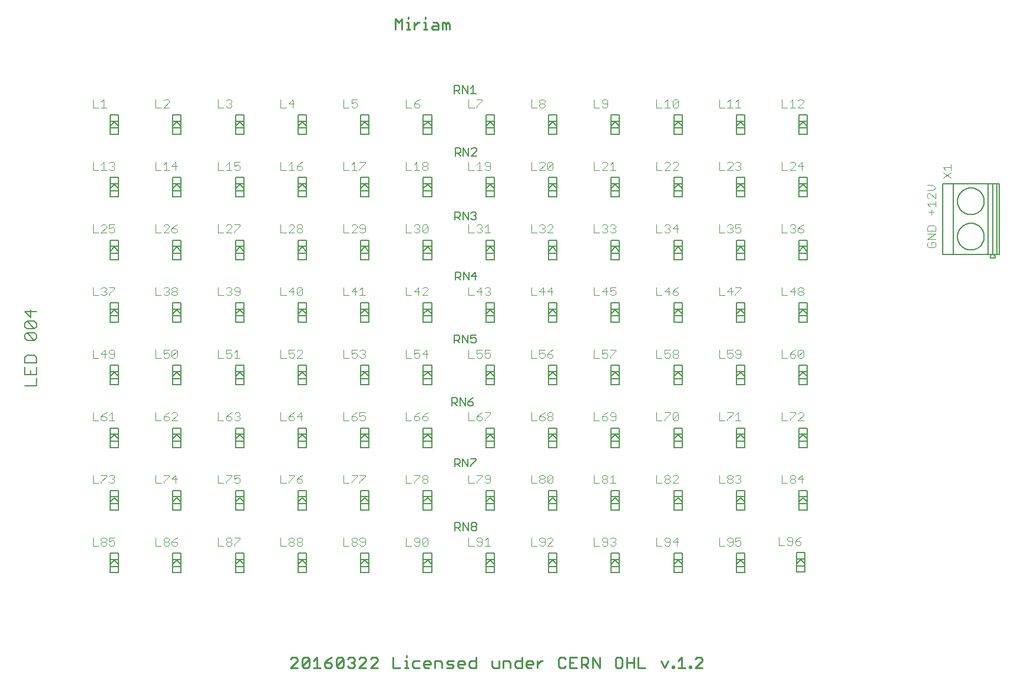
<source format=gto>
G75*
%MOIN*%
%OFA0B0*%
%FSLAX25Y25*%
%IPPOS*%
%LPD*%
%AMOC8*
5,1,8,0,0,1.08239X$1,22.5*
%
%ADD10C,0.00400*%
%ADD11C,0.00600*%
%ADD12C,0.01100*%
%ADD13C,0.00800*%
%ADD14C,0.00591*%
%ADD15C,0.00500*%
D10*
X0101630Y0109717D02*
X0104699Y0109717D01*
X0106234Y0110484D02*
X0106234Y0111251D01*
X0107001Y0112018D01*
X0108536Y0112018D01*
X0109303Y0111251D01*
X0109303Y0110484D01*
X0108536Y0109717D01*
X0107001Y0109717D01*
X0106234Y0110484D01*
X0107001Y0112018D02*
X0106234Y0112786D01*
X0106234Y0113553D01*
X0107001Y0114320D01*
X0108536Y0114320D01*
X0109303Y0113553D01*
X0109303Y0112786D01*
X0108536Y0112018D01*
X0110838Y0112018D02*
X0112372Y0112786D01*
X0113140Y0112786D01*
X0113907Y0112018D01*
X0113907Y0110484D01*
X0113140Y0109717D01*
X0111605Y0109717D01*
X0110838Y0110484D01*
X0110838Y0112018D02*
X0110838Y0114320D01*
X0113907Y0114320D01*
X0101630Y0114320D02*
X0101630Y0109717D01*
X0137063Y0109717D02*
X0140132Y0109717D01*
X0141667Y0110484D02*
X0141667Y0111251D01*
X0142434Y0112018D01*
X0143969Y0112018D01*
X0144736Y0111251D01*
X0144736Y0110484D01*
X0143969Y0109717D01*
X0142434Y0109717D01*
X0141667Y0110484D01*
X0142434Y0112018D02*
X0141667Y0112786D01*
X0141667Y0113553D01*
X0142434Y0114320D01*
X0143969Y0114320D01*
X0144736Y0113553D01*
X0144736Y0112786D01*
X0143969Y0112018D01*
X0146271Y0112018D02*
X0148573Y0112018D01*
X0149340Y0111251D01*
X0149340Y0110484D01*
X0148573Y0109717D01*
X0147038Y0109717D01*
X0146271Y0110484D01*
X0146271Y0112018D01*
X0147805Y0113553D01*
X0149340Y0114320D01*
X0137063Y0114320D02*
X0137063Y0109717D01*
X0172496Y0109717D02*
X0175565Y0109717D01*
X0177100Y0110484D02*
X0177100Y0111251D01*
X0177867Y0112018D01*
X0179402Y0112018D01*
X0180169Y0111251D01*
X0180169Y0110484D01*
X0179402Y0109717D01*
X0177867Y0109717D01*
X0177100Y0110484D01*
X0177867Y0112018D02*
X0177100Y0112786D01*
X0177100Y0113553D01*
X0177867Y0114320D01*
X0179402Y0114320D01*
X0180169Y0113553D01*
X0180169Y0112786D01*
X0179402Y0112018D01*
X0181704Y0110484D02*
X0181704Y0109717D01*
X0181704Y0110484D02*
X0184773Y0113553D01*
X0184773Y0114320D01*
X0181704Y0114320D01*
X0172496Y0114320D02*
X0172496Y0109717D01*
X0207929Y0109717D02*
X0210998Y0109717D01*
X0212533Y0110484D02*
X0212533Y0111251D01*
X0213300Y0112018D01*
X0214835Y0112018D01*
X0215602Y0111251D01*
X0215602Y0110484D01*
X0214835Y0109717D01*
X0213300Y0109717D01*
X0212533Y0110484D01*
X0213300Y0112018D02*
X0212533Y0112786D01*
X0212533Y0113553D01*
X0213300Y0114320D01*
X0214835Y0114320D01*
X0215602Y0113553D01*
X0215602Y0112786D01*
X0214835Y0112018D01*
X0217137Y0111251D02*
X0217904Y0112018D01*
X0219439Y0112018D01*
X0220206Y0111251D01*
X0220206Y0110484D01*
X0219439Y0109717D01*
X0217904Y0109717D01*
X0217137Y0110484D01*
X0217137Y0111251D01*
X0217904Y0112018D02*
X0217137Y0112786D01*
X0217137Y0113553D01*
X0217904Y0114320D01*
X0219439Y0114320D01*
X0220206Y0113553D01*
X0220206Y0112786D01*
X0219439Y0112018D01*
X0207929Y0114320D02*
X0207929Y0109717D01*
X0243362Y0109717D02*
X0246431Y0109717D01*
X0247966Y0110484D02*
X0247966Y0111251D01*
X0248733Y0112018D01*
X0250268Y0112018D01*
X0251035Y0111251D01*
X0251035Y0110484D01*
X0250268Y0109717D01*
X0248733Y0109717D01*
X0247966Y0110484D01*
X0248733Y0112018D02*
X0247966Y0112786D01*
X0247966Y0113553D01*
X0248733Y0114320D01*
X0250268Y0114320D01*
X0251035Y0113553D01*
X0251035Y0112786D01*
X0250268Y0112018D01*
X0252570Y0112786D02*
X0253337Y0112018D01*
X0255639Y0112018D01*
X0255639Y0110484D02*
X0255639Y0113553D01*
X0254872Y0114320D01*
X0253337Y0114320D01*
X0252570Y0113553D01*
X0252570Y0112786D01*
X0252570Y0110484D02*
X0253337Y0109717D01*
X0254872Y0109717D01*
X0255639Y0110484D01*
X0243362Y0109717D02*
X0243362Y0114320D01*
X0278795Y0114320D02*
X0278795Y0109717D01*
X0281865Y0109717D01*
X0283399Y0110484D02*
X0284167Y0109717D01*
X0285701Y0109717D01*
X0286468Y0110484D01*
X0286468Y0113553D01*
X0285701Y0114320D01*
X0284167Y0114320D01*
X0283399Y0113553D01*
X0283399Y0112786D01*
X0284167Y0112018D01*
X0286468Y0112018D01*
X0288003Y0110484D02*
X0291072Y0113553D01*
X0291072Y0110484D01*
X0290305Y0109717D01*
X0288770Y0109717D01*
X0288003Y0110484D01*
X0288003Y0113553D01*
X0288770Y0114320D01*
X0290305Y0114320D01*
X0291072Y0113553D01*
X0314228Y0114320D02*
X0314228Y0109717D01*
X0317298Y0109717D01*
X0318832Y0110484D02*
X0319600Y0109717D01*
X0321134Y0109717D01*
X0321902Y0110484D01*
X0321902Y0113553D01*
X0321134Y0114320D01*
X0319600Y0114320D01*
X0318832Y0113553D01*
X0318832Y0112786D01*
X0319600Y0112018D01*
X0321902Y0112018D01*
X0323436Y0112786D02*
X0324971Y0114320D01*
X0324971Y0109717D01*
X0326505Y0109717D02*
X0323436Y0109717D01*
X0349661Y0109717D02*
X0352731Y0109717D01*
X0354265Y0110484D02*
X0355033Y0109717D01*
X0356567Y0109717D01*
X0357335Y0110484D01*
X0357335Y0113553D01*
X0356567Y0114320D01*
X0355033Y0114320D01*
X0354265Y0113553D01*
X0354265Y0112786D01*
X0355033Y0112018D01*
X0357335Y0112018D01*
X0358869Y0113553D02*
X0359637Y0114320D01*
X0361171Y0114320D01*
X0361939Y0113553D01*
X0361939Y0112786D01*
X0358869Y0109717D01*
X0361939Y0109717D01*
X0349661Y0109717D02*
X0349661Y0114320D01*
X0385094Y0114320D02*
X0385094Y0109717D01*
X0388164Y0109717D01*
X0389698Y0110484D02*
X0390466Y0109717D01*
X0392000Y0109717D01*
X0392768Y0110484D01*
X0392768Y0113553D01*
X0392000Y0114320D01*
X0390466Y0114320D01*
X0389698Y0113553D01*
X0389698Y0112786D01*
X0390466Y0112018D01*
X0392768Y0112018D01*
X0394302Y0110484D02*
X0395070Y0109717D01*
X0396604Y0109717D01*
X0397372Y0110484D01*
X0397372Y0111251D01*
X0396604Y0112018D01*
X0395837Y0112018D01*
X0396604Y0112018D02*
X0397372Y0112786D01*
X0397372Y0113553D01*
X0396604Y0114320D01*
X0395070Y0114320D01*
X0394302Y0113553D01*
X0420528Y0114320D02*
X0420528Y0109717D01*
X0423597Y0109717D01*
X0425131Y0110484D02*
X0425899Y0109717D01*
X0427433Y0109717D01*
X0428201Y0110484D01*
X0428201Y0113553D01*
X0427433Y0114320D01*
X0425899Y0114320D01*
X0425131Y0113553D01*
X0425131Y0112786D01*
X0425899Y0112018D01*
X0428201Y0112018D01*
X0429735Y0112018D02*
X0432805Y0112018D01*
X0432037Y0109717D02*
X0432037Y0114320D01*
X0429735Y0112018D01*
X0455961Y0109717D02*
X0459030Y0109717D01*
X0460565Y0110484D02*
X0461332Y0109717D01*
X0462867Y0109717D01*
X0463634Y0110484D01*
X0463634Y0113553D01*
X0462867Y0114320D01*
X0461332Y0114320D01*
X0460565Y0113553D01*
X0460565Y0112786D01*
X0461332Y0112018D01*
X0463634Y0112018D01*
X0465168Y0112018D02*
X0466703Y0112786D01*
X0467470Y0112786D01*
X0468238Y0112018D01*
X0468238Y0110484D01*
X0467470Y0109717D01*
X0465936Y0109717D01*
X0465168Y0110484D01*
X0465168Y0112018D02*
X0465168Y0114320D01*
X0468238Y0114320D01*
X0455961Y0114320D02*
X0455961Y0109717D01*
X0489827Y0110043D02*
X0492896Y0110043D01*
X0494431Y0110811D02*
X0495198Y0110043D01*
X0496733Y0110043D01*
X0497500Y0110811D01*
X0497500Y0113880D01*
X0496733Y0114647D01*
X0495198Y0114647D01*
X0494431Y0113880D01*
X0494431Y0113113D01*
X0495198Y0112345D01*
X0497500Y0112345D01*
X0499035Y0112345D02*
X0501337Y0112345D01*
X0502104Y0111578D01*
X0502104Y0110811D01*
X0501337Y0110043D01*
X0499802Y0110043D01*
X0499035Y0110811D01*
X0499035Y0112345D01*
X0500569Y0113880D01*
X0502104Y0114647D01*
X0489827Y0114647D02*
X0489827Y0110043D01*
X0491394Y0145150D02*
X0494463Y0145150D01*
X0495998Y0145917D02*
X0495998Y0146684D01*
X0496765Y0147452D01*
X0498300Y0147452D01*
X0499067Y0146684D01*
X0499067Y0145917D01*
X0498300Y0145150D01*
X0496765Y0145150D01*
X0495998Y0145917D01*
X0496765Y0147452D02*
X0495998Y0148219D01*
X0495998Y0148986D01*
X0496765Y0149754D01*
X0498300Y0149754D01*
X0499067Y0148986D01*
X0499067Y0148219D01*
X0498300Y0147452D01*
X0500602Y0147452D02*
X0503671Y0147452D01*
X0502904Y0149754D02*
X0500602Y0147452D01*
X0502904Y0145150D02*
X0502904Y0149754D01*
X0491394Y0149754D02*
X0491394Y0145150D01*
X0468238Y0145917D02*
X0467470Y0145150D01*
X0465936Y0145150D01*
X0465168Y0145917D01*
X0463634Y0145917D02*
X0462867Y0145150D01*
X0461332Y0145150D01*
X0460565Y0145917D01*
X0460565Y0146684D01*
X0461332Y0147452D01*
X0462867Y0147452D01*
X0463634Y0146684D01*
X0463634Y0145917D01*
X0462867Y0147452D02*
X0463634Y0148219D01*
X0463634Y0148986D01*
X0462867Y0149754D01*
X0461332Y0149754D01*
X0460565Y0148986D01*
X0460565Y0148219D01*
X0461332Y0147452D01*
X0459030Y0145150D02*
X0455961Y0145150D01*
X0455961Y0149754D01*
X0465168Y0148986D02*
X0465936Y0149754D01*
X0467470Y0149754D01*
X0468238Y0148986D01*
X0468238Y0148219D01*
X0467470Y0147452D01*
X0468238Y0146684D01*
X0468238Y0145917D01*
X0467470Y0147452D02*
X0466703Y0147452D01*
X0432805Y0148219D02*
X0432805Y0148986D01*
X0432037Y0149754D01*
X0430503Y0149754D01*
X0429735Y0148986D01*
X0428201Y0148986D02*
X0428201Y0148219D01*
X0427433Y0147452D01*
X0425899Y0147452D01*
X0425131Y0148219D01*
X0425131Y0148986D01*
X0425899Y0149754D01*
X0427433Y0149754D01*
X0428201Y0148986D01*
X0427433Y0147452D02*
X0428201Y0146684D01*
X0428201Y0145917D01*
X0427433Y0145150D01*
X0425899Y0145150D01*
X0425131Y0145917D01*
X0425131Y0146684D01*
X0425899Y0147452D01*
X0423597Y0145150D02*
X0420528Y0145150D01*
X0420528Y0149754D01*
X0429735Y0145150D02*
X0432805Y0148219D01*
X0432805Y0145150D02*
X0429735Y0145150D01*
X0397372Y0145150D02*
X0394302Y0145150D01*
X0395837Y0145150D02*
X0395837Y0149754D01*
X0394302Y0148219D01*
X0392768Y0148219D02*
X0392000Y0147452D01*
X0390466Y0147452D01*
X0389698Y0148219D01*
X0389698Y0148986D01*
X0390466Y0149754D01*
X0392000Y0149754D01*
X0392768Y0148986D01*
X0392768Y0148219D01*
X0392000Y0147452D02*
X0392768Y0146684D01*
X0392768Y0145917D01*
X0392000Y0145150D01*
X0390466Y0145150D01*
X0389698Y0145917D01*
X0389698Y0146684D01*
X0390466Y0147452D01*
X0388164Y0145150D02*
X0385094Y0145150D01*
X0385094Y0149754D01*
X0361939Y0148986D02*
X0361939Y0145917D01*
X0361171Y0145150D01*
X0359637Y0145150D01*
X0358869Y0145917D01*
X0361939Y0148986D01*
X0361171Y0149754D01*
X0359637Y0149754D01*
X0358869Y0148986D01*
X0358869Y0145917D01*
X0357335Y0145917D02*
X0356567Y0145150D01*
X0355033Y0145150D01*
X0354265Y0145917D01*
X0354265Y0146684D01*
X0355033Y0147452D01*
X0356567Y0147452D01*
X0357335Y0146684D01*
X0357335Y0145917D01*
X0356567Y0147452D02*
X0357335Y0148219D01*
X0357335Y0148986D01*
X0356567Y0149754D01*
X0355033Y0149754D01*
X0354265Y0148986D01*
X0354265Y0148219D01*
X0355033Y0147452D01*
X0352731Y0145150D02*
X0349661Y0145150D01*
X0349661Y0149754D01*
X0326505Y0148986D02*
X0326505Y0145917D01*
X0325738Y0145150D01*
X0324204Y0145150D01*
X0323436Y0145917D01*
X0324204Y0147452D02*
X0326505Y0147452D01*
X0326505Y0148986D02*
X0325738Y0149754D01*
X0324204Y0149754D01*
X0323436Y0148986D01*
X0323436Y0148219D01*
X0324204Y0147452D01*
X0321902Y0148986D02*
X0318832Y0145917D01*
X0318832Y0145150D01*
X0317298Y0145150D02*
X0314228Y0145150D01*
X0314228Y0149754D01*
X0318832Y0149754D02*
X0321902Y0149754D01*
X0321902Y0148986D01*
X0291072Y0148986D02*
X0291072Y0148219D01*
X0290305Y0147452D01*
X0288770Y0147452D01*
X0288003Y0148219D01*
X0288003Y0148986D01*
X0288770Y0149754D01*
X0290305Y0149754D01*
X0291072Y0148986D01*
X0290305Y0147452D02*
X0291072Y0146684D01*
X0291072Y0145917D01*
X0290305Y0145150D01*
X0288770Y0145150D01*
X0288003Y0145917D01*
X0288003Y0146684D01*
X0288770Y0147452D01*
X0286468Y0148986D02*
X0283399Y0145917D01*
X0283399Y0145150D01*
X0281865Y0145150D02*
X0278795Y0145150D01*
X0278795Y0149754D01*
X0283399Y0149754D02*
X0286468Y0149754D01*
X0286468Y0148986D01*
X0255639Y0148986D02*
X0252570Y0145917D01*
X0252570Y0145150D01*
X0251035Y0148986D02*
X0247966Y0145917D01*
X0247966Y0145150D01*
X0246431Y0145150D02*
X0243362Y0145150D01*
X0243362Y0149754D01*
X0247966Y0149754D02*
X0251035Y0149754D01*
X0251035Y0148986D01*
X0252570Y0149754D02*
X0255639Y0149754D01*
X0255639Y0148986D01*
X0220206Y0149754D02*
X0218672Y0148986D01*
X0217137Y0147452D01*
X0219439Y0147452D01*
X0220206Y0146684D01*
X0220206Y0145917D01*
X0219439Y0145150D01*
X0217904Y0145150D01*
X0217137Y0145917D01*
X0217137Y0147452D01*
X0215602Y0148986D02*
X0212533Y0145917D01*
X0212533Y0145150D01*
X0210998Y0145150D02*
X0207929Y0145150D01*
X0207929Y0149754D01*
X0212533Y0149754D02*
X0215602Y0149754D01*
X0215602Y0148986D01*
X0184773Y0149754D02*
X0181704Y0149754D01*
X0181704Y0147452D01*
X0183239Y0148219D01*
X0184006Y0148219D01*
X0184773Y0147452D01*
X0184773Y0145917D01*
X0184006Y0145150D01*
X0182471Y0145150D01*
X0181704Y0145917D01*
X0180169Y0148986D02*
X0177100Y0145917D01*
X0177100Y0145150D01*
X0175565Y0145150D02*
X0172496Y0145150D01*
X0172496Y0149754D01*
X0177100Y0149754D02*
X0180169Y0149754D01*
X0180169Y0148986D01*
X0149340Y0147452D02*
X0146271Y0147452D01*
X0148573Y0149754D01*
X0148573Y0145150D01*
X0144736Y0148986D02*
X0141667Y0145917D01*
X0141667Y0145150D01*
X0140132Y0145150D02*
X0137063Y0145150D01*
X0137063Y0149754D01*
X0141667Y0149754D02*
X0144736Y0149754D01*
X0144736Y0148986D01*
X0113907Y0148986D02*
X0113907Y0148219D01*
X0113140Y0147452D01*
X0113907Y0146684D01*
X0113907Y0145917D01*
X0113140Y0145150D01*
X0111605Y0145150D01*
X0110838Y0145917D01*
X0112372Y0147452D02*
X0113140Y0147452D01*
X0113907Y0148986D02*
X0113140Y0149754D01*
X0111605Y0149754D01*
X0110838Y0148986D01*
X0109303Y0148986D02*
X0106234Y0145917D01*
X0106234Y0145150D01*
X0104699Y0145150D02*
X0101630Y0145150D01*
X0101630Y0149754D01*
X0106234Y0149754D02*
X0109303Y0149754D01*
X0109303Y0148986D01*
X0108536Y0180583D02*
X0109303Y0181350D01*
X0109303Y0182117D01*
X0108536Y0182885D01*
X0106234Y0182885D01*
X0106234Y0181350D01*
X0107001Y0180583D01*
X0108536Y0180583D01*
X0110838Y0180583D02*
X0113907Y0180583D01*
X0112372Y0180583D02*
X0112372Y0185187D01*
X0110838Y0183652D01*
X0109303Y0185187D02*
X0107768Y0184419D01*
X0106234Y0182885D01*
X0104699Y0180583D02*
X0101630Y0180583D01*
X0101630Y0185187D01*
X0137063Y0185187D02*
X0137063Y0180583D01*
X0140132Y0180583D01*
X0141667Y0181350D02*
X0142434Y0180583D01*
X0143969Y0180583D01*
X0144736Y0181350D01*
X0144736Y0182117D01*
X0143969Y0182885D01*
X0141667Y0182885D01*
X0141667Y0181350D01*
X0141667Y0182885D02*
X0143202Y0184419D01*
X0144736Y0185187D01*
X0146271Y0184419D02*
X0147038Y0185187D01*
X0148573Y0185187D01*
X0149340Y0184419D01*
X0149340Y0183652D01*
X0146271Y0180583D01*
X0149340Y0180583D01*
X0172496Y0180583D02*
X0175565Y0180583D01*
X0177100Y0181350D02*
X0177867Y0180583D01*
X0179402Y0180583D01*
X0180169Y0181350D01*
X0180169Y0182117D01*
X0179402Y0182885D01*
X0177100Y0182885D01*
X0177100Y0181350D01*
X0177100Y0182885D02*
X0178635Y0184419D01*
X0180169Y0185187D01*
X0181704Y0184419D02*
X0182471Y0185187D01*
X0184006Y0185187D01*
X0184773Y0184419D01*
X0184773Y0183652D01*
X0184006Y0182885D01*
X0184773Y0182117D01*
X0184773Y0181350D01*
X0184006Y0180583D01*
X0182471Y0180583D01*
X0181704Y0181350D01*
X0183239Y0182885D02*
X0184006Y0182885D01*
X0172496Y0185187D02*
X0172496Y0180583D01*
X0207929Y0180583D02*
X0210998Y0180583D01*
X0212533Y0181350D02*
X0213300Y0180583D01*
X0214835Y0180583D01*
X0215602Y0181350D01*
X0215602Y0182117D01*
X0214835Y0182885D01*
X0212533Y0182885D01*
X0212533Y0181350D01*
X0212533Y0182885D02*
X0214068Y0184419D01*
X0215602Y0185187D01*
X0217137Y0182885D02*
X0220206Y0182885D01*
X0219439Y0180583D02*
X0219439Y0185187D01*
X0217137Y0182885D01*
X0207929Y0185187D02*
X0207929Y0180583D01*
X0243362Y0180583D02*
X0246431Y0180583D01*
X0247966Y0181350D02*
X0248733Y0180583D01*
X0250268Y0180583D01*
X0251035Y0181350D01*
X0251035Y0182117D01*
X0250268Y0182885D01*
X0247966Y0182885D01*
X0247966Y0181350D01*
X0247966Y0182885D02*
X0249501Y0184419D01*
X0251035Y0185187D01*
X0252570Y0185187D02*
X0252570Y0182885D01*
X0254105Y0183652D01*
X0254872Y0183652D01*
X0255639Y0182885D01*
X0255639Y0181350D01*
X0254872Y0180583D01*
X0253337Y0180583D01*
X0252570Y0181350D01*
X0252570Y0185187D02*
X0255639Y0185187D01*
X0243362Y0185187D02*
X0243362Y0180583D01*
X0278795Y0180583D02*
X0281865Y0180583D01*
X0283399Y0181350D02*
X0284167Y0180583D01*
X0285701Y0180583D01*
X0286468Y0181350D01*
X0286468Y0182117D01*
X0285701Y0182885D01*
X0283399Y0182885D01*
X0283399Y0181350D01*
X0283399Y0182885D02*
X0284934Y0184419D01*
X0286468Y0185187D01*
X0288003Y0182885D02*
X0290305Y0182885D01*
X0291072Y0182117D01*
X0291072Y0181350D01*
X0290305Y0180583D01*
X0288770Y0180583D01*
X0288003Y0181350D01*
X0288003Y0182885D01*
X0289538Y0184419D01*
X0291072Y0185187D01*
X0278795Y0185187D02*
X0278795Y0180583D01*
X0314228Y0180583D02*
X0317298Y0180583D01*
X0318832Y0181350D02*
X0319600Y0180583D01*
X0321134Y0180583D01*
X0321902Y0181350D01*
X0321902Y0182117D01*
X0321134Y0182885D01*
X0318832Y0182885D01*
X0318832Y0181350D01*
X0318832Y0182885D02*
X0320367Y0184419D01*
X0321902Y0185187D01*
X0323436Y0185187D02*
X0326505Y0185187D01*
X0326505Y0184419D01*
X0323436Y0181350D01*
X0323436Y0180583D01*
X0314228Y0180583D02*
X0314228Y0185187D01*
X0349661Y0185187D02*
X0349661Y0180583D01*
X0352731Y0180583D01*
X0354265Y0181350D02*
X0355033Y0180583D01*
X0356567Y0180583D01*
X0357335Y0181350D01*
X0357335Y0182117D01*
X0356567Y0182885D01*
X0354265Y0182885D01*
X0354265Y0181350D01*
X0354265Y0182885D02*
X0355800Y0184419D01*
X0357335Y0185187D01*
X0358869Y0184419D02*
X0358869Y0183652D01*
X0359637Y0182885D01*
X0361171Y0182885D01*
X0361939Y0182117D01*
X0361939Y0181350D01*
X0361171Y0180583D01*
X0359637Y0180583D01*
X0358869Y0181350D01*
X0358869Y0182117D01*
X0359637Y0182885D01*
X0361171Y0182885D02*
X0361939Y0183652D01*
X0361939Y0184419D01*
X0361171Y0185187D01*
X0359637Y0185187D01*
X0358869Y0184419D01*
X0385094Y0185187D02*
X0385094Y0180583D01*
X0388164Y0180583D01*
X0389698Y0181350D02*
X0390466Y0180583D01*
X0392000Y0180583D01*
X0392768Y0181350D01*
X0392768Y0182117D01*
X0392000Y0182885D01*
X0389698Y0182885D01*
X0389698Y0181350D01*
X0389698Y0182885D02*
X0391233Y0184419D01*
X0392768Y0185187D01*
X0394302Y0184419D02*
X0394302Y0183652D01*
X0395070Y0182885D01*
X0397372Y0182885D01*
X0397372Y0184419D02*
X0396604Y0185187D01*
X0395070Y0185187D01*
X0394302Y0184419D01*
X0394302Y0181350D02*
X0395070Y0180583D01*
X0396604Y0180583D01*
X0397372Y0181350D01*
X0397372Y0184419D01*
X0420528Y0185187D02*
X0420528Y0180583D01*
X0423597Y0180583D01*
X0425131Y0180583D02*
X0425131Y0181350D01*
X0428201Y0184419D01*
X0428201Y0185187D01*
X0425131Y0185187D01*
X0429735Y0184419D02*
X0429735Y0181350D01*
X0432805Y0184419D01*
X0432805Y0181350D01*
X0432037Y0180583D01*
X0430503Y0180583D01*
X0429735Y0181350D01*
X0429735Y0184419D02*
X0430503Y0185187D01*
X0432037Y0185187D01*
X0432805Y0184419D01*
X0455961Y0185187D02*
X0455961Y0180583D01*
X0459030Y0180583D01*
X0460565Y0180583D02*
X0460565Y0181350D01*
X0463634Y0184419D01*
X0463634Y0185187D01*
X0460565Y0185187D01*
X0465168Y0183652D02*
X0466703Y0185187D01*
X0466703Y0180583D01*
X0465168Y0180583D02*
X0468238Y0180583D01*
X0491394Y0180583D02*
X0494463Y0180583D01*
X0495998Y0180583D02*
X0495998Y0181350D01*
X0499067Y0184419D01*
X0499067Y0185187D01*
X0495998Y0185187D01*
X0491394Y0185187D02*
X0491394Y0180583D01*
X0500602Y0180583D02*
X0503671Y0183652D01*
X0503671Y0184419D01*
X0502904Y0185187D01*
X0501369Y0185187D01*
X0500602Y0184419D01*
X0500602Y0180583D02*
X0503671Y0180583D01*
X0502904Y0216016D02*
X0501369Y0216016D01*
X0500602Y0216783D01*
X0503671Y0219852D01*
X0503671Y0216783D01*
X0502904Y0216016D01*
X0500602Y0216783D02*
X0500602Y0219852D01*
X0501369Y0220620D01*
X0502904Y0220620D01*
X0503671Y0219852D01*
X0499067Y0220620D02*
X0497532Y0219852D01*
X0495998Y0218318D01*
X0498300Y0218318D01*
X0499067Y0217550D01*
X0499067Y0216783D01*
X0498300Y0216016D01*
X0496765Y0216016D01*
X0495998Y0216783D01*
X0495998Y0218318D01*
X0494463Y0216016D02*
X0491394Y0216016D01*
X0491394Y0220620D01*
X0468238Y0219852D02*
X0468238Y0216783D01*
X0467470Y0216016D01*
X0465936Y0216016D01*
X0465168Y0216783D01*
X0463634Y0216783D02*
X0462867Y0216016D01*
X0461332Y0216016D01*
X0460565Y0216783D01*
X0460565Y0218318D02*
X0462099Y0219085D01*
X0462867Y0219085D01*
X0463634Y0218318D01*
X0463634Y0216783D01*
X0465168Y0219085D02*
X0465936Y0218318D01*
X0468238Y0218318D01*
X0468238Y0219852D02*
X0467470Y0220620D01*
X0465936Y0220620D01*
X0465168Y0219852D01*
X0465168Y0219085D01*
X0463634Y0220620D02*
X0460565Y0220620D01*
X0460565Y0218318D01*
X0459030Y0216016D02*
X0455961Y0216016D01*
X0455961Y0220620D01*
X0432805Y0219852D02*
X0432805Y0219085D01*
X0432037Y0218318D01*
X0430503Y0218318D01*
X0429735Y0219085D01*
X0429735Y0219852D01*
X0430503Y0220620D01*
X0432037Y0220620D01*
X0432805Y0219852D01*
X0432037Y0218318D02*
X0432805Y0217550D01*
X0432805Y0216783D01*
X0432037Y0216016D01*
X0430503Y0216016D01*
X0429735Y0216783D01*
X0429735Y0217550D01*
X0430503Y0218318D01*
X0428201Y0218318D02*
X0428201Y0216783D01*
X0427433Y0216016D01*
X0425899Y0216016D01*
X0425131Y0216783D01*
X0425131Y0218318D02*
X0426666Y0219085D01*
X0427433Y0219085D01*
X0428201Y0218318D01*
X0428201Y0220620D02*
X0425131Y0220620D01*
X0425131Y0218318D01*
X0423597Y0216016D02*
X0420528Y0216016D01*
X0420528Y0220620D01*
X0397372Y0220620D02*
X0397372Y0219852D01*
X0394302Y0216783D01*
X0394302Y0216016D01*
X0392768Y0216783D02*
X0392000Y0216016D01*
X0390466Y0216016D01*
X0389698Y0216783D01*
X0389698Y0218318D02*
X0391233Y0219085D01*
X0392000Y0219085D01*
X0392768Y0218318D01*
X0392768Y0216783D01*
X0389698Y0218318D02*
X0389698Y0220620D01*
X0392768Y0220620D01*
X0394302Y0220620D02*
X0397372Y0220620D01*
X0388164Y0216016D02*
X0385094Y0216016D01*
X0385094Y0220620D01*
X0361939Y0220620D02*
X0360404Y0219852D01*
X0358869Y0218318D01*
X0361171Y0218318D01*
X0361939Y0217550D01*
X0361939Y0216783D01*
X0361171Y0216016D01*
X0359637Y0216016D01*
X0358869Y0216783D01*
X0358869Y0218318D01*
X0357335Y0218318D02*
X0357335Y0216783D01*
X0356567Y0216016D01*
X0355033Y0216016D01*
X0354265Y0216783D01*
X0354265Y0218318D02*
X0355800Y0219085D01*
X0356567Y0219085D01*
X0357335Y0218318D01*
X0357335Y0220620D02*
X0354265Y0220620D01*
X0354265Y0218318D01*
X0352731Y0216016D02*
X0349661Y0216016D01*
X0349661Y0220620D01*
X0326505Y0220620D02*
X0323436Y0220620D01*
X0323436Y0218318D01*
X0324971Y0219085D01*
X0325738Y0219085D01*
X0326505Y0218318D01*
X0326505Y0216783D01*
X0325738Y0216016D01*
X0324204Y0216016D01*
X0323436Y0216783D01*
X0321902Y0216783D02*
X0321134Y0216016D01*
X0319600Y0216016D01*
X0318832Y0216783D01*
X0318832Y0218318D02*
X0320367Y0219085D01*
X0321134Y0219085D01*
X0321902Y0218318D01*
X0321902Y0216783D01*
X0318832Y0218318D02*
X0318832Y0220620D01*
X0321902Y0220620D01*
X0317298Y0216016D02*
X0314228Y0216016D01*
X0314228Y0220620D01*
X0291072Y0218318D02*
X0288003Y0218318D01*
X0290305Y0220620D01*
X0290305Y0216016D01*
X0286468Y0216783D02*
X0285701Y0216016D01*
X0284167Y0216016D01*
X0283399Y0216783D01*
X0283399Y0218318D02*
X0284934Y0219085D01*
X0285701Y0219085D01*
X0286468Y0218318D01*
X0286468Y0216783D01*
X0283399Y0218318D02*
X0283399Y0220620D01*
X0286468Y0220620D01*
X0281865Y0216016D02*
X0278795Y0216016D01*
X0278795Y0220620D01*
X0255639Y0219852D02*
X0255639Y0219085D01*
X0254872Y0218318D01*
X0255639Y0217550D01*
X0255639Y0216783D01*
X0254872Y0216016D01*
X0253337Y0216016D01*
X0252570Y0216783D01*
X0251035Y0216783D02*
X0250268Y0216016D01*
X0248733Y0216016D01*
X0247966Y0216783D01*
X0247966Y0218318D02*
X0249501Y0219085D01*
X0250268Y0219085D01*
X0251035Y0218318D01*
X0251035Y0216783D01*
X0247966Y0218318D02*
X0247966Y0220620D01*
X0251035Y0220620D01*
X0252570Y0219852D02*
X0253337Y0220620D01*
X0254872Y0220620D01*
X0255639Y0219852D01*
X0254872Y0218318D02*
X0254105Y0218318D01*
X0246431Y0216016D02*
X0243362Y0216016D01*
X0243362Y0220620D01*
X0220206Y0219852D02*
X0219439Y0220620D01*
X0217904Y0220620D01*
X0217137Y0219852D01*
X0215602Y0220620D02*
X0212533Y0220620D01*
X0212533Y0218318D01*
X0214068Y0219085D01*
X0214835Y0219085D01*
X0215602Y0218318D01*
X0215602Y0216783D01*
X0214835Y0216016D01*
X0213300Y0216016D01*
X0212533Y0216783D01*
X0210998Y0216016D02*
X0207929Y0216016D01*
X0207929Y0220620D01*
X0217137Y0216016D02*
X0220206Y0219085D01*
X0220206Y0219852D01*
X0220206Y0216016D02*
X0217137Y0216016D01*
X0184773Y0216016D02*
X0181704Y0216016D01*
X0183239Y0216016D02*
X0183239Y0220620D01*
X0181704Y0219085D01*
X0180169Y0218318D02*
X0180169Y0216783D01*
X0179402Y0216016D01*
X0177867Y0216016D01*
X0177100Y0216783D01*
X0177100Y0218318D02*
X0178635Y0219085D01*
X0179402Y0219085D01*
X0180169Y0218318D01*
X0180169Y0220620D02*
X0177100Y0220620D01*
X0177100Y0218318D01*
X0175565Y0216016D02*
X0172496Y0216016D01*
X0172496Y0220620D01*
X0149340Y0219852D02*
X0149340Y0216783D01*
X0148573Y0216016D01*
X0147038Y0216016D01*
X0146271Y0216783D01*
X0149340Y0219852D01*
X0148573Y0220620D01*
X0147038Y0220620D01*
X0146271Y0219852D01*
X0146271Y0216783D01*
X0144736Y0216783D02*
X0143969Y0216016D01*
X0142434Y0216016D01*
X0141667Y0216783D01*
X0141667Y0218318D02*
X0143202Y0219085D01*
X0143969Y0219085D01*
X0144736Y0218318D01*
X0144736Y0216783D01*
X0141667Y0218318D02*
X0141667Y0220620D01*
X0144736Y0220620D01*
X0140132Y0216016D02*
X0137063Y0216016D01*
X0137063Y0220620D01*
X0113907Y0219852D02*
X0113907Y0216783D01*
X0113140Y0216016D01*
X0111605Y0216016D01*
X0110838Y0216783D01*
X0111605Y0218318D02*
X0113907Y0218318D01*
X0113907Y0219852D02*
X0113140Y0220620D01*
X0111605Y0220620D01*
X0110838Y0219852D01*
X0110838Y0219085D01*
X0111605Y0218318D01*
X0109303Y0218318D02*
X0106234Y0218318D01*
X0108536Y0220620D01*
X0108536Y0216016D01*
X0104699Y0216016D02*
X0101630Y0216016D01*
X0101630Y0220620D01*
X0101630Y0251449D02*
X0104699Y0251449D01*
X0106234Y0252216D02*
X0107001Y0251449D01*
X0108536Y0251449D01*
X0109303Y0252216D01*
X0109303Y0252983D01*
X0108536Y0253751D01*
X0107768Y0253751D01*
X0108536Y0253751D02*
X0109303Y0254518D01*
X0109303Y0255285D01*
X0108536Y0256053D01*
X0107001Y0256053D01*
X0106234Y0255285D01*
X0110838Y0256053D02*
X0113907Y0256053D01*
X0113907Y0255285D01*
X0110838Y0252216D01*
X0110838Y0251449D01*
X0101630Y0251449D02*
X0101630Y0256053D01*
X0137063Y0256053D02*
X0137063Y0251449D01*
X0140132Y0251449D01*
X0141667Y0252216D02*
X0142434Y0251449D01*
X0143969Y0251449D01*
X0144736Y0252216D01*
X0144736Y0252983D01*
X0143969Y0253751D01*
X0143202Y0253751D01*
X0143969Y0253751D02*
X0144736Y0254518D01*
X0144736Y0255285D01*
X0143969Y0256053D01*
X0142434Y0256053D01*
X0141667Y0255285D01*
X0146271Y0255285D02*
X0146271Y0254518D01*
X0147038Y0253751D01*
X0148573Y0253751D01*
X0149340Y0252983D01*
X0149340Y0252216D01*
X0148573Y0251449D01*
X0147038Y0251449D01*
X0146271Y0252216D01*
X0146271Y0252983D01*
X0147038Y0253751D01*
X0148573Y0253751D02*
X0149340Y0254518D01*
X0149340Y0255285D01*
X0148573Y0256053D01*
X0147038Y0256053D01*
X0146271Y0255285D01*
X0172496Y0256053D02*
X0172496Y0251449D01*
X0175565Y0251449D01*
X0177100Y0252216D02*
X0177867Y0251449D01*
X0179402Y0251449D01*
X0180169Y0252216D01*
X0180169Y0252983D01*
X0179402Y0253751D01*
X0178635Y0253751D01*
X0179402Y0253751D02*
X0180169Y0254518D01*
X0180169Y0255285D01*
X0179402Y0256053D01*
X0177867Y0256053D01*
X0177100Y0255285D01*
X0181704Y0255285D02*
X0181704Y0254518D01*
X0182471Y0253751D01*
X0184773Y0253751D01*
X0184773Y0255285D02*
X0184006Y0256053D01*
X0182471Y0256053D01*
X0181704Y0255285D01*
X0181704Y0252216D02*
X0182471Y0251449D01*
X0184006Y0251449D01*
X0184773Y0252216D01*
X0184773Y0255285D01*
X0207929Y0256053D02*
X0207929Y0251449D01*
X0210998Y0251449D01*
X0212533Y0253751D02*
X0215602Y0253751D01*
X0217137Y0255285D02*
X0217904Y0256053D01*
X0219439Y0256053D01*
X0220206Y0255285D01*
X0217137Y0252216D01*
X0217904Y0251449D01*
X0219439Y0251449D01*
X0220206Y0252216D01*
X0220206Y0255285D01*
X0217137Y0255285D02*
X0217137Y0252216D01*
X0214835Y0251449D02*
X0214835Y0256053D01*
X0212533Y0253751D01*
X0243362Y0256053D02*
X0243362Y0251449D01*
X0246431Y0251449D01*
X0247966Y0253751D02*
X0251035Y0253751D01*
X0252570Y0254518D02*
X0254105Y0256053D01*
X0254105Y0251449D01*
X0255639Y0251449D02*
X0252570Y0251449D01*
X0250268Y0251449D02*
X0250268Y0256053D01*
X0247966Y0253751D01*
X0278795Y0256053D02*
X0278795Y0251449D01*
X0281865Y0251449D01*
X0283399Y0253751D02*
X0286468Y0253751D01*
X0288003Y0255285D02*
X0288770Y0256053D01*
X0290305Y0256053D01*
X0291072Y0255285D01*
X0291072Y0254518D01*
X0288003Y0251449D01*
X0291072Y0251449D01*
X0285701Y0251449D02*
X0285701Y0256053D01*
X0283399Y0253751D01*
X0314228Y0256053D02*
X0314228Y0251449D01*
X0317298Y0251449D01*
X0318832Y0253751D02*
X0321902Y0253751D01*
X0323436Y0255285D02*
X0324204Y0256053D01*
X0325738Y0256053D01*
X0326505Y0255285D01*
X0326505Y0254518D01*
X0325738Y0253751D01*
X0326505Y0252983D01*
X0326505Y0252216D01*
X0325738Y0251449D01*
X0324204Y0251449D01*
X0323436Y0252216D01*
X0324971Y0253751D02*
X0325738Y0253751D01*
X0321134Y0256053D02*
X0318832Y0253751D01*
X0321134Y0251449D02*
X0321134Y0256053D01*
X0349661Y0256053D02*
X0349661Y0251449D01*
X0352731Y0251449D01*
X0354265Y0253751D02*
X0357335Y0253751D01*
X0358869Y0253751D02*
X0361939Y0253751D01*
X0361171Y0256053D02*
X0358869Y0253751D01*
X0356567Y0256053D02*
X0354265Y0253751D01*
X0356567Y0251449D02*
X0356567Y0256053D01*
X0361171Y0256053D02*
X0361171Y0251449D01*
X0385094Y0251449D02*
X0388164Y0251449D01*
X0389698Y0253751D02*
X0392768Y0253751D01*
X0394302Y0253751D02*
X0395837Y0254518D01*
X0396604Y0254518D01*
X0397372Y0253751D01*
X0397372Y0252216D01*
X0396604Y0251449D01*
X0395070Y0251449D01*
X0394302Y0252216D01*
X0394302Y0253751D02*
X0394302Y0256053D01*
X0397372Y0256053D01*
X0392000Y0256053D02*
X0392000Y0251449D01*
X0389698Y0253751D02*
X0392000Y0256053D01*
X0385094Y0256053D02*
X0385094Y0251449D01*
X0420528Y0251449D02*
X0423597Y0251449D01*
X0425131Y0253751D02*
X0428201Y0253751D01*
X0429735Y0253751D02*
X0432037Y0253751D01*
X0432805Y0252983D01*
X0432805Y0252216D01*
X0432037Y0251449D01*
X0430503Y0251449D01*
X0429735Y0252216D01*
X0429735Y0253751D01*
X0431270Y0255285D01*
X0432805Y0256053D01*
X0427433Y0256053D02*
X0427433Y0251449D01*
X0425131Y0253751D02*
X0427433Y0256053D01*
X0420528Y0256053D02*
X0420528Y0251449D01*
X0455961Y0251449D02*
X0459030Y0251449D01*
X0460565Y0253751D02*
X0463634Y0253751D01*
X0465168Y0252216D02*
X0465168Y0251449D01*
X0465168Y0252216D02*
X0468238Y0255285D01*
X0468238Y0256053D01*
X0465168Y0256053D01*
X0462867Y0256053D02*
X0460565Y0253751D01*
X0462867Y0251449D02*
X0462867Y0256053D01*
X0455961Y0256053D02*
X0455961Y0251449D01*
X0491394Y0251449D02*
X0494463Y0251449D01*
X0495998Y0253751D02*
X0499067Y0253751D01*
X0500602Y0254518D02*
X0500602Y0255285D01*
X0501369Y0256053D01*
X0502904Y0256053D01*
X0503671Y0255285D01*
X0503671Y0254518D01*
X0502904Y0253751D01*
X0501369Y0253751D01*
X0500602Y0254518D01*
X0501369Y0253751D02*
X0500602Y0252983D01*
X0500602Y0252216D01*
X0501369Y0251449D01*
X0502904Y0251449D01*
X0503671Y0252216D01*
X0503671Y0252983D01*
X0502904Y0253751D01*
X0498300Y0251449D02*
X0498300Y0256053D01*
X0495998Y0253751D01*
X0491394Y0256053D02*
X0491394Y0251449D01*
X0491394Y0286882D02*
X0494463Y0286882D01*
X0495998Y0287649D02*
X0496765Y0286882D01*
X0498300Y0286882D01*
X0499067Y0287649D01*
X0499067Y0288417D01*
X0498300Y0289184D01*
X0497532Y0289184D01*
X0498300Y0289184D02*
X0499067Y0289951D01*
X0499067Y0290718D01*
X0498300Y0291486D01*
X0496765Y0291486D01*
X0495998Y0290718D01*
X0491394Y0291486D02*
X0491394Y0286882D01*
X0500602Y0287649D02*
X0501369Y0286882D01*
X0502904Y0286882D01*
X0503671Y0287649D01*
X0503671Y0288417D01*
X0502904Y0289184D01*
X0500602Y0289184D01*
X0500602Y0287649D01*
X0500602Y0289184D02*
X0502136Y0290718D01*
X0503671Y0291486D01*
X0468238Y0291486D02*
X0465168Y0291486D01*
X0465168Y0289184D01*
X0466703Y0289951D01*
X0467470Y0289951D01*
X0468238Y0289184D01*
X0468238Y0287649D01*
X0467470Y0286882D01*
X0465936Y0286882D01*
X0465168Y0287649D01*
X0463634Y0287649D02*
X0462867Y0286882D01*
X0461332Y0286882D01*
X0460565Y0287649D01*
X0459030Y0286882D02*
X0455961Y0286882D01*
X0455961Y0291486D01*
X0460565Y0290718D02*
X0461332Y0291486D01*
X0462867Y0291486D01*
X0463634Y0290718D01*
X0463634Y0289951D01*
X0462867Y0289184D01*
X0463634Y0288417D01*
X0463634Y0287649D01*
X0462867Y0289184D02*
X0462099Y0289184D01*
X0432805Y0289184D02*
X0429735Y0289184D01*
X0432037Y0291486D01*
X0432037Y0286882D01*
X0428201Y0287649D02*
X0427433Y0286882D01*
X0425899Y0286882D01*
X0425131Y0287649D01*
X0423597Y0286882D02*
X0420528Y0286882D01*
X0420528Y0291486D01*
X0425131Y0290718D02*
X0425899Y0291486D01*
X0427433Y0291486D01*
X0428201Y0290718D01*
X0428201Y0289951D01*
X0427433Y0289184D01*
X0428201Y0288417D01*
X0428201Y0287649D01*
X0427433Y0289184D02*
X0426666Y0289184D01*
X0397372Y0289951D02*
X0396604Y0289184D01*
X0397372Y0288417D01*
X0397372Y0287649D01*
X0396604Y0286882D01*
X0395070Y0286882D01*
X0394302Y0287649D01*
X0392768Y0287649D02*
X0392000Y0286882D01*
X0390466Y0286882D01*
X0389698Y0287649D01*
X0388164Y0286882D02*
X0385094Y0286882D01*
X0385094Y0291486D01*
X0389698Y0290718D02*
X0390466Y0291486D01*
X0392000Y0291486D01*
X0392768Y0290718D01*
X0392768Y0289951D01*
X0392000Y0289184D01*
X0392768Y0288417D01*
X0392768Y0287649D01*
X0392000Y0289184D02*
X0391233Y0289184D01*
X0394302Y0290718D02*
X0395070Y0291486D01*
X0396604Y0291486D01*
X0397372Y0290718D01*
X0397372Y0289951D01*
X0396604Y0289184D02*
X0395837Y0289184D01*
X0361939Y0289951D02*
X0361939Y0290718D01*
X0361171Y0291486D01*
X0359637Y0291486D01*
X0358869Y0290718D01*
X0357335Y0290718D02*
X0357335Y0289951D01*
X0356567Y0289184D01*
X0357335Y0288417D01*
X0357335Y0287649D01*
X0356567Y0286882D01*
X0355033Y0286882D01*
X0354265Y0287649D01*
X0352731Y0286882D02*
X0349661Y0286882D01*
X0349661Y0291486D01*
X0354265Y0290718D02*
X0355033Y0291486D01*
X0356567Y0291486D01*
X0357335Y0290718D01*
X0356567Y0289184D02*
X0355800Y0289184D01*
X0358869Y0286882D02*
X0361939Y0289951D01*
X0361939Y0286882D02*
X0358869Y0286882D01*
X0326505Y0286882D02*
X0323436Y0286882D01*
X0324971Y0286882D02*
X0324971Y0291486D01*
X0323436Y0289951D01*
X0321902Y0289951D02*
X0321134Y0289184D01*
X0321902Y0288417D01*
X0321902Y0287649D01*
X0321134Y0286882D01*
X0319600Y0286882D01*
X0318832Y0287649D01*
X0317298Y0286882D02*
X0314228Y0286882D01*
X0314228Y0291486D01*
X0318832Y0290718D02*
X0319600Y0291486D01*
X0321134Y0291486D01*
X0321902Y0290718D01*
X0321902Y0289951D01*
X0321134Y0289184D02*
X0320367Y0289184D01*
X0291072Y0290718D02*
X0288003Y0287649D01*
X0288770Y0286882D01*
X0290305Y0286882D01*
X0291072Y0287649D01*
X0291072Y0290718D01*
X0290305Y0291486D01*
X0288770Y0291486D01*
X0288003Y0290718D01*
X0288003Y0287649D01*
X0286468Y0287649D02*
X0285701Y0286882D01*
X0284167Y0286882D01*
X0283399Y0287649D01*
X0281865Y0286882D02*
X0278795Y0286882D01*
X0278795Y0291486D01*
X0283399Y0290718D02*
X0284167Y0291486D01*
X0285701Y0291486D01*
X0286468Y0290718D01*
X0286468Y0289951D01*
X0285701Y0289184D01*
X0286468Y0288417D01*
X0286468Y0287649D01*
X0285701Y0289184D02*
X0284934Y0289184D01*
X0255639Y0289184D02*
X0253337Y0289184D01*
X0252570Y0289951D01*
X0252570Y0290718D01*
X0253337Y0291486D01*
X0254872Y0291486D01*
X0255639Y0290718D01*
X0255639Y0287649D01*
X0254872Y0286882D01*
X0253337Y0286882D01*
X0252570Y0287649D01*
X0251035Y0286882D02*
X0247966Y0286882D01*
X0251035Y0289951D01*
X0251035Y0290718D01*
X0250268Y0291486D01*
X0248733Y0291486D01*
X0247966Y0290718D01*
X0246431Y0286882D02*
X0243362Y0286882D01*
X0243362Y0291486D01*
X0220206Y0290718D02*
X0220206Y0289951D01*
X0219439Y0289184D01*
X0217904Y0289184D01*
X0217137Y0289951D01*
X0217137Y0290718D01*
X0217904Y0291486D01*
X0219439Y0291486D01*
X0220206Y0290718D01*
X0219439Y0289184D02*
X0220206Y0288417D01*
X0220206Y0287649D01*
X0219439Y0286882D01*
X0217904Y0286882D01*
X0217137Y0287649D01*
X0217137Y0288417D01*
X0217904Y0289184D01*
X0215602Y0289951D02*
X0215602Y0290718D01*
X0214835Y0291486D01*
X0213300Y0291486D01*
X0212533Y0290718D01*
X0215602Y0289951D02*
X0212533Y0286882D01*
X0215602Y0286882D01*
X0210998Y0286882D02*
X0207929Y0286882D01*
X0207929Y0291486D01*
X0184773Y0291486D02*
X0184773Y0290718D01*
X0181704Y0287649D01*
X0181704Y0286882D01*
X0180169Y0286882D02*
X0177100Y0286882D01*
X0180169Y0289951D01*
X0180169Y0290718D01*
X0179402Y0291486D01*
X0177867Y0291486D01*
X0177100Y0290718D01*
X0175565Y0286882D02*
X0172496Y0286882D01*
X0172496Y0291486D01*
X0181704Y0291486D02*
X0184773Y0291486D01*
X0149340Y0291486D02*
X0147805Y0290718D01*
X0146271Y0289184D01*
X0148573Y0289184D01*
X0149340Y0288417D01*
X0149340Y0287649D01*
X0148573Y0286882D01*
X0147038Y0286882D01*
X0146271Y0287649D01*
X0146271Y0289184D01*
X0144736Y0289951D02*
X0144736Y0290718D01*
X0143969Y0291486D01*
X0142434Y0291486D01*
X0141667Y0290718D01*
X0144736Y0289951D02*
X0141667Y0286882D01*
X0144736Y0286882D01*
X0140132Y0286882D02*
X0137063Y0286882D01*
X0137063Y0291486D01*
X0113907Y0291486D02*
X0110838Y0291486D01*
X0110838Y0289184D01*
X0112372Y0289951D01*
X0113140Y0289951D01*
X0113907Y0289184D01*
X0113907Y0287649D01*
X0113140Y0286882D01*
X0111605Y0286882D01*
X0110838Y0287649D01*
X0109303Y0286882D02*
X0106234Y0286882D01*
X0109303Y0289951D01*
X0109303Y0290718D01*
X0108536Y0291486D01*
X0107001Y0291486D01*
X0106234Y0290718D01*
X0104699Y0286882D02*
X0101630Y0286882D01*
X0101630Y0291486D01*
X0101630Y0322315D02*
X0104699Y0322315D01*
X0106234Y0322315D02*
X0109303Y0322315D01*
X0107768Y0322315D02*
X0107768Y0326919D01*
X0106234Y0325384D01*
X0110838Y0326152D02*
X0111605Y0326919D01*
X0113140Y0326919D01*
X0113907Y0326152D01*
X0113907Y0325384D01*
X0113140Y0324617D01*
X0113907Y0323850D01*
X0113907Y0323082D01*
X0113140Y0322315D01*
X0111605Y0322315D01*
X0110838Y0323082D01*
X0112372Y0324617D02*
X0113140Y0324617D01*
X0101630Y0326919D02*
X0101630Y0322315D01*
X0137063Y0322315D02*
X0140132Y0322315D01*
X0141667Y0322315D02*
X0144736Y0322315D01*
X0143202Y0322315D02*
X0143202Y0326919D01*
X0141667Y0325384D01*
X0146271Y0324617D02*
X0149340Y0324617D01*
X0148573Y0326919D02*
X0146271Y0324617D01*
X0148573Y0322315D02*
X0148573Y0326919D01*
X0137063Y0326919D02*
X0137063Y0322315D01*
X0172496Y0322315D02*
X0175565Y0322315D01*
X0177100Y0322315D02*
X0180169Y0322315D01*
X0178635Y0322315D02*
X0178635Y0326919D01*
X0177100Y0325384D01*
X0181704Y0324617D02*
X0183239Y0325384D01*
X0184006Y0325384D01*
X0184773Y0324617D01*
X0184773Y0323082D01*
X0184006Y0322315D01*
X0182471Y0322315D01*
X0181704Y0323082D01*
X0181704Y0324617D02*
X0181704Y0326919D01*
X0184773Y0326919D01*
X0172496Y0326919D02*
X0172496Y0322315D01*
X0207929Y0322315D02*
X0210998Y0322315D01*
X0212533Y0322315D02*
X0215602Y0322315D01*
X0214068Y0322315D02*
X0214068Y0326919D01*
X0212533Y0325384D01*
X0217137Y0324617D02*
X0217137Y0323082D01*
X0217904Y0322315D01*
X0219439Y0322315D01*
X0220206Y0323082D01*
X0220206Y0323850D01*
X0219439Y0324617D01*
X0217137Y0324617D01*
X0218672Y0326152D01*
X0220206Y0326919D01*
X0207929Y0326919D02*
X0207929Y0322315D01*
X0243362Y0322315D02*
X0246431Y0322315D01*
X0247966Y0322315D02*
X0251035Y0322315D01*
X0249501Y0322315D02*
X0249501Y0326919D01*
X0247966Y0325384D01*
X0243362Y0326919D02*
X0243362Y0322315D01*
X0252570Y0322315D02*
X0252570Y0323082D01*
X0255639Y0326152D01*
X0255639Y0326919D01*
X0252570Y0326919D01*
X0278795Y0326919D02*
X0278795Y0322315D01*
X0281865Y0322315D01*
X0283399Y0322315D02*
X0286468Y0322315D01*
X0284934Y0322315D02*
X0284934Y0326919D01*
X0283399Y0325384D01*
X0288003Y0325384D02*
X0288003Y0326152D01*
X0288770Y0326919D01*
X0290305Y0326919D01*
X0291072Y0326152D01*
X0291072Y0325384D01*
X0290305Y0324617D01*
X0288770Y0324617D01*
X0288003Y0325384D01*
X0288770Y0324617D02*
X0288003Y0323850D01*
X0288003Y0323082D01*
X0288770Y0322315D01*
X0290305Y0322315D01*
X0291072Y0323082D01*
X0291072Y0323850D01*
X0290305Y0324617D01*
X0314228Y0326919D02*
X0314228Y0322315D01*
X0317298Y0322315D01*
X0318832Y0322315D02*
X0321902Y0322315D01*
X0320367Y0322315D02*
X0320367Y0326919D01*
X0318832Y0325384D01*
X0323436Y0325384D02*
X0324204Y0324617D01*
X0326505Y0324617D01*
X0326505Y0326152D02*
X0325738Y0326919D01*
X0324204Y0326919D01*
X0323436Y0326152D01*
X0323436Y0325384D01*
X0323436Y0323082D02*
X0324204Y0322315D01*
X0325738Y0322315D01*
X0326505Y0323082D01*
X0326505Y0326152D01*
X0349661Y0326919D02*
X0349661Y0322315D01*
X0352731Y0322315D01*
X0354265Y0322315D02*
X0357335Y0325384D01*
X0357335Y0326152D01*
X0356567Y0326919D01*
X0355033Y0326919D01*
X0354265Y0326152D01*
X0354265Y0322315D02*
X0357335Y0322315D01*
X0358869Y0323082D02*
X0361939Y0326152D01*
X0361939Y0323082D01*
X0361171Y0322315D01*
X0359637Y0322315D01*
X0358869Y0323082D01*
X0358869Y0326152D01*
X0359637Y0326919D01*
X0361171Y0326919D01*
X0361939Y0326152D01*
X0385094Y0326919D02*
X0385094Y0322315D01*
X0388164Y0322315D01*
X0389698Y0322315D02*
X0392768Y0325384D01*
X0392768Y0326152D01*
X0392000Y0326919D01*
X0390466Y0326919D01*
X0389698Y0326152D01*
X0389698Y0322315D02*
X0392768Y0322315D01*
X0394302Y0322315D02*
X0397372Y0322315D01*
X0395837Y0322315D02*
X0395837Y0326919D01*
X0394302Y0325384D01*
X0420528Y0326919D02*
X0420528Y0322315D01*
X0423597Y0322315D01*
X0425131Y0322315D02*
X0428201Y0325384D01*
X0428201Y0326152D01*
X0427433Y0326919D01*
X0425899Y0326919D01*
X0425131Y0326152D01*
X0425131Y0322315D02*
X0428201Y0322315D01*
X0429735Y0322315D02*
X0432805Y0325384D01*
X0432805Y0326152D01*
X0432037Y0326919D01*
X0430503Y0326919D01*
X0429735Y0326152D01*
X0429735Y0322315D02*
X0432805Y0322315D01*
X0455961Y0322315D02*
X0459030Y0322315D01*
X0460565Y0322315D02*
X0463634Y0325384D01*
X0463634Y0326152D01*
X0462867Y0326919D01*
X0461332Y0326919D01*
X0460565Y0326152D01*
X0460565Y0322315D02*
X0463634Y0322315D01*
X0465168Y0323082D02*
X0465936Y0322315D01*
X0467470Y0322315D01*
X0468238Y0323082D01*
X0468238Y0323850D01*
X0467470Y0324617D01*
X0466703Y0324617D01*
X0467470Y0324617D02*
X0468238Y0325384D01*
X0468238Y0326152D01*
X0467470Y0326919D01*
X0465936Y0326919D01*
X0465168Y0326152D01*
X0455961Y0326919D02*
X0455961Y0322315D01*
X0491394Y0322315D02*
X0494463Y0322315D01*
X0495998Y0322315D02*
X0499067Y0325384D01*
X0499067Y0326152D01*
X0498300Y0326919D01*
X0496765Y0326919D01*
X0495998Y0326152D01*
X0495998Y0322315D02*
X0499067Y0322315D01*
X0500602Y0324617D02*
X0503671Y0324617D01*
X0502904Y0326919D02*
X0500602Y0324617D01*
X0502904Y0322315D02*
X0502904Y0326919D01*
X0491394Y0326919D02*
X0491394Y0322315D01*
X0491394Y0357748D02*
X0494463Y0357748D01*
X0495998Y0357748D02*
X0499067Y0357748D01*
X0500602Y0357748D02*
X0503671Y0360817D01*
X0503671Y0361585D01*
X0502904Y0362352D01*
X0501369Y0362352D01*
X0500602Y0361585D01*
X0497532Y0362352D02*
X0497532Y0357748D01*
X0500602Y0357748D02*
X0503671Y0357748D01*
X0497532Y0362352D02*
X0495998Y0360817D01*
X0491394Y0362352D02*
X0491394Y0357748D01*
X0468238Y0357748D02*
X0465168Y0357748D01*
X0463634Y0357748D02*
X0460565Y0357748D01*
X0462099Y0357748D02*
X0462099Y0362352D01*
X0460565Y0360817D01*
X0459030Y0357748D02*
X0455961Y0357748D01*
X0455961Y0362352D01*
X0465168Y0360817D02*
X0466703Y0362352D01*
X0466703Y0357748D01*
X0432805Y0358515D02*
X0432037Y0357748D01*
X0430503Y0357748D01*
X0429735Y0358515D01*
X0432805Y0361585D01*
X0432805Y0358515D01*
X0429735Y0358515D02*
X0429735Y0361585D01*
X0430503Y0362352D01*
X0432037Y0362352D01*
X0432805Y0361585D01*
X0428201Y0357748D02*
X0425131Y0357748D01*
X0423597Y0357748D02*
X0420528Y0357748D01*
X0420528Y0362352D01*
X0425131Y0360817D02*
X0426666Y0362352D01*
X0426666Y0357748D01*
X0392768Y0358515D02*
X0392768Y0361585D01*
X0392000Y0362352D01*
X0390466Y0362352D01*
X0389698Y0361585D01*
X0389698Y0360817D01*
X0390466Y0360050D01*
X0392768Y0360050D01*
X0392768Y0358515D02*
X0392000Y0357748D01*
X0390466Y0357748D01*
X0389698Y0358515D01*
X0388164Y0357748D02*
X0385094Y0357748D01*
X0385094Y0362352D01*
X0357335Y0361585D02*
X0357335Y0360817D01*
X0356567Y0360050D01*
X0355033Y0360050D01*
X0354265Y0360817D01*
X0354265Y0361585D01*
X0355033Y0362352D01*
X0356567Y0362352D01*
X0357335Y0361585D01*
X0356567Y0360050D02*
X0357335Y0359283D01*
X0357335Y0358515D01*
X0356567Y0357748D01*
X0355033Y0357748D01*
X0354265Y0358515D01*
X0354265Y0359283D01*
X0355033Y0360050D01*
X0352731Y0357748D02*
X0349661Y0357748D01*
X0349661Y0362352D01*
X0321902Y0362352D02*
X0321902Y0361585D01*
X0318832Y0358515D01*
X0318832Y0357748D01*
X0317298Y0357748D02*
X0314228Y0357748D01*
X0314228Y0362352D01*
X0318832Y0362352D02*
X0321902Y0362352D01*
X0286468Y0362352D02*
X0284934Y0361585D01*
X0283399Y0360050D01*
X0285701Y0360050D01*
X0286468Y0359283D01*
X0286468Y0358515D01*
X0285701Y0357748D01*
X0284167Y0357748D01*
X0283399Y0358515D01*
X0283399Y0360050D01*
X0281865Y0357748D02*
X0278795Y0357748D01*
X0278795Y0362352D01*
X0251035Y0362352D02*
X0247966Y0362352D01*
X0247966Y0360050D01*
X0249501Y0360817D01*
X0250268Y0360817D01*
X0251035Y0360050D01*
X0251035Y0358515D01*
X0250268Y0357748D01*
X0248733Y0357748D01*
X0247966Y0358515D01*
X0246431Y0357748D02*
X0243362Y0357748D01*
X0243362Y0362352D01*
X0215602Y0360050D02*
X0212533Y0360050D01*
X0214835Y0362352D01*
X0214835Y0357748D01*
X0210998Y0357748D02*
X0207929Y0357748D01*
X0207929Y0362352D01*
X0180169Y0361585D02*
X0180169Y0360817D01*
X0179402Y0360050D01*
X0180169Y0359283D01*
X0180169Y0358515D01*
X0179402Y0357748D01*
X0177867Y0357748D01*
X0177100Y0358515D01*
X0175565Y0357748D02*
X0172496Y0357748D01*
X0172496Y0362352D01*
X0177100Y0361585D02*
X0177867Y0362352D01*
X0179402Y0362352D01*
X0180169Y0361585D01*
X0179402Y0360050D02*
X0178635Y0360050D01*
X0144736Y0360817D02*
X0141667Y0357748D01*
X0144736Y0357748D01*
X0144736Y0360817D02*
X0144736Y0361585D01*
X0143969Y0362352D01*
X0142434Y0362352D01*
X0141667Y0361585D01*
X0140132Y0357748D02*
X0137063Y0357748D01*
X0137063Y0362352D01*
X0109303Y0357748D02*
X0106234Y0357748D01*
X0107768Y0357748D02*
X0107768Y0362352D01*
X0106234Y0360817D01*
X0104699Y0357748D02*
X0101630Y0357748D01*
X0101630Y0362352D01*
X0573732Y0313857D02*
X0576802Y0313857D01*
X0578336Y0312323D01*
X0576802Y0310788D01*
X0573732Y0310788D01*
X0574500Y0309254D02*
X0573732Y0308486D01*
X0573732Y0306952D01*
X0574500Y0306184D01*
X0574500Y0309254D02*
X0575267Y0309254D01*
X0578336Y0306184D01*
X0578336Y0309254D01*
X0578336Y0304650D02*
X0578336Y0301580D01*
X0578336Y0303115D02*
X0573732Y0303115D01*
X0575267Y0301580D01*
X0576034Y0300046D02*
X0576034Y0296976D01*
X0574500Y0298511D02*
X0577569Y0298511D01*
X0577569Y0290828D02*
X0574500Y0290828D01*
X0573732Y0290061D01*
X0573732Y0287759D01*
X0578336Y0287759D01*
X0578336Y0290061D01*
X0577569Y0290828D01*
X0578336Y0286224D02*
X0573732Y0286224D01*
X0573732Y0283155D02*
X0578336Y0286224D01*
X0578336Y0283155D02*
X0573732Y0283155D01*
X0574500Y0281620D02*
X0573732Y0280853D01*
X0573732Y0279318D01*
X0574500Y0278551D01*
X0577569Y0278551D01*
X0578336Y0279318D01*
X0578336Y0280853D01*
X0577569Y0281620D01*
X0576034Y0281620D01*
X0576034Y0280086D01*
X0582665Y0317787D02*
X0587269Y0320856D01*
X0587269Y0322391D02*
X0587269Y0325460D01*
X0587269Y0323926D02*
X0582665Y0323926D01*
X0584200Y0322391D01*
X0582665Y0320856D02*
X0587269Y0317787D01*
D11*
X0069626Y0242165D02*
X0063221Y0242165D01*
X0066423Y0238962D01*
X0066423Y0243232D01*
X0064288Y0236787D02*
X0068558Y0232516D01*
X0069626Y0233584D01*
X0069626Y0235719D01*
X0068558Y0236787D01*
X0064288Y0236787D01*
X0063221Y0235719D01*
X0063221Y0233584D01*
X0064288Y0232516D01*
X0068558Y0232516D01*
X0068558Y0230341D02*
X0064288Y0230341D01*
X0068558Y0226071D01*
X0069626Y0227139D01*
X0069626Y0229274D01*
X0068558Y0230341D01*
X0064288Y0230341D02*
X0063221Y0229274D01*
X0063221Y0227139D01*
X0064288Y0226071D01*
X0068558Y0226071D01*
X0068558Y0217450D02*
X0064288Y0217450D01*
X0063221Y0216383D01*
X0063221Y0213180D01*
X0069626Y0213180D01*
X0069626Y0216383D01*
X0068558Y0217450D01*
X0069626Y0211005D02*
X0069626Y0206734D01*
X0063221Y0206734D01*
X0063221Y0211005D01*
X0066423Y0208870D02*
X0066423Y0206734D01*
X0069626Y0204559D02*
X0069626Y0200289D01*
X0063221Y0200289D01*
D12*
X0214586Y0046613D02*
X0213602Y0045629D01*
X0214586Y0046613D02*
X0216554Y0046613D01*
X0217539Y0045629D01*
X0217539Y0044645D01*
X0213602Y0040708D01*
X0217539Y0040708D01*
X0220047Y0041692D02*
X0223984Y0045629D01*
X0223984Y0041692D01*
X0223000Y0040708D01*
X0221032Y0040708D01*
X0220047Y0041692D01*
X0220047Y0045629D01*
X0221032Y0046613D01*
X0223000Y0046613D01*
X0223984Y0045629D01*
X0226493Y0044645D02*
X0228461Y0046613D01*
X0228461Y0040708D01*
X0226493Y0040708D02*
X0230430Y0040708D01*
X0232938Y0041692D02*
X0233923Y0040708D01*
X0235891Y0040708D01*
X0236875Y0041692D01*
X0236875Y0042677D01*
X0235891Y0043661D01*
X0232938Y0043661D01*
X0232938Y0041692D01*
X0232938Y0043661D02*
X0234907Y0045629D01*
X0236875Y0046613D01*
X0239384Y0045629D02*
X0240368Y0046613D01*
X0242336Y0046613D01*
X0243321Y0045629D01*
X0239384Y0041692D01*
X0240368Y0040708D01*
X0242336Y0040708D01*
X0243321Y0041692D01*
X0243321Y0045629D01*
X0245829Y0045629D02*
X0246814Y0046613D01*
X0248782Y0046613D01*
X0249766Y0045629D01*
X0249766Y0044645D01*
X0248782Y0043661D01*
X0249766Y0042677D01*
X0249766Y0041692D01*
X0248782Y0040708D01*
X0246814Y0040708D01*
X0245829Y0041692D01*
X0247798Y0043661D02*
X0248782Y0043661D01*
X0252275Y0045629D02*
X0253259Y0046613D01*
X0255227Y0046613D01*
X0256212Y0045629D01*
X0256212Y0044645D01*
X0252275Y0040708D01*
X0256212Y0040708D01*
X0258720Y0040708D02*
X0262657Y0044645D01*
X0262657Y0045629D01*
X0261673Y0046613D01*
X0259705Y0046613D01*
X0258720Y0045629D01*
X0258720Y0040708D02*
X0262657Y0040708D01*
X0271611Y0040708D02*
X0271611Y0046613D01*
X0271611Y0040708D02*
X0275548Y0040708D01*
X0278057Y0040708D02*
X0280025Y0040708D01*
X0279041Y0040708D02*
X0279041Y0044645D01*
X0278057Y0044645D01*
X0279041Y0046613D02*
X0279041Y0047597D01*
X0282354Y0043661D02*
X0282354Y0041692D01*
X0283338Y0040708D01*
X0286291Y0040708D01*
X0288799Y0041692D02*
X0288799Y0043661D01*
X0289784Y0044645D01*
X0291752Y0044645D01*
X0292736Y0043661D01*
X0292736Y0042677D01*
X0288799Y0042677D01*
X0288799Y0041692D02*
X0289784Y0040708D01*
X0291752Y0040708D01*
X0295245Y0040708D02*
X0295245Y0044645D01*
X0298197Y0044645D01*
X0299182Y0043661D01*
X0299182Y0040708D01*
X0301690Y0040708D02*
X0304643Y0040708D01*
X0305627Y0041692D01*
X0304643Y0042677D01*
X0302675Y0042677D01*
X0301690Y0043661D01*
X0302675Y0044645D01*
X0305627Y0044645D01*
X0308136Y0043661D02*
X0309120Y0044645D01*
X0311088Y0044645D01*
X0312073Y0043661D01*
X0312073Y0042677D01*
X0308136Y0042677D01*
X0308136Y0043661D02*
X0308136Y0041692D01*
X0309120Y0040708D01*
X0311088Y0040708D01*
X0314581Y0041692D02*
X0314581Y0043661D01*
X0315566Y0044645D01*
X0318518Y0044645D01*
X0318518Y0046613D02*
X0318518Y0040708D01*
X0315566Y0040708D01*
X0314581Y0041692D01*
X0327472Y0041692D02*
X0328457Y0040708D01*
X0331409Y0040708D01*
X0331409Y0044645D01*
X0333918Y0044645D02*
X0333918Y0040708D01*
X0337855Y0040708D02*
X0337855Y0043661D01*
X0336870Y0044645D01*
X0333918Y0044645D01*
X0327472Y0044645D02*
X0327472Y0041692D01*
X0340363Y0041692D02*
X0340363Y0043661D01*
X0341348Y0044645D01*
X0344300Y0044645D01*
X0344300Y0046613D02*
X0344300Y0040708D01*
X0341348Y0040708D01*
X0340363Y0041692D01*
X0346809Y0041692D02*
X0346809Y0043661D01*
X0347793Y0044645D01*
X0349761Y0044645D01*
X0350746Y0043661D01*
X0350746Y0042677D01*
X0346809Y0042677D01*
X0346809Y0041692D02*
X0347793Y0040708D01*
X0349761Y0040708D01*
X0353254Y0040708D02*
X0353254Y0044645D01*
X0353254Y0042677D02*
X0355223Y0044645D01*
X0356207Y0044645D01*
X0365071Y0045629D02*
X0365071Y0041692D01*
X0366055Y0040708D01*
X0368024Y0040708D01*
X0369008Y0041692D01*
X0371517Y0040708D02*
X0375453Y0040708D01*
X0377962Y0040708D02*
X0377962Y0046613D01*
X0380915Y0046613D01*
X0381899Y0045629D01*
X0381899Y0043661D01*
X0380915Y0042677D01*
X0377962Y0042677D01*
X0379930Y0042677D02*
X0381899Y0040708D01*
X0384408Y0040708D02*
X0384408Y0046613D01*
X0388344Y0040708D01*
X0388344Y0046613D01*
X0397299Y0045629D02*
X0397299Y0041692D01*
X0398283Y0040708D01*
X0400251Y0040708D01*
X0401235Y0041692D01*
X0401235Y0045629D01*
X0400251Y0046613D01*
X0398283Y0046613D01*
X0397299Y0045629D01*
X0403744Y0046613D02*
X0403744Y0040708D01*
X0403744Y0043661D02*
X0407681Y0043661D01*
X0407681Y0046613D02*
X0407681Y0040708D01*
X0410190Y0040708D02*
X0414126Y0040708D01*
X0410190Y0040708D02*
X0410190Y0046613D01*
X0423081Y0044645D02*
X0425049Y0040708D01*
X0427017Y0044645D01*
X0429526Y0041692D02*
X0430510Y0041692D01*
X0430510Y0040708D01*
X0429526Y0040708D01*
X0429526Y0041692D01*
X0432749Y0040708D02*
X0436686Y0040708D01*
X0434717Y0040708D02*
X0434717Y0046613D01*
X0432749Y0044645D01*
X0439194Y0041692D02*
X0440179Y0041692D01*
X0440179Y0040708D01*
X0439194Y0040708D01*
X0439194Y0041692D01*
X0442417Y0040708D02*
X0446354Y0044645D01*
X0446354Y0045629D01*
X0445370Y0046613D01*
X0443401Y0046613D01*
X0442417Y0045629D01*
X0442417Y0040708D02*
X0446354Y0040708D01*
X0375453Y0046613D02*
X0371517Y0046613D01*
X0371517Y0040708D01*
X0371517Y0043661D02*
X0373485Y0043661D01*
X0369008Y0045629D02*
X0368024Y0046613D01*
X0366055Y0046613D01*
X0365071Y0045629D01*
X0286291Y0044645D02*
X0283338Y0044645D01*
X0282354Y0043661D01*
X0239384Y0041692D02*
X0239384Y0045629D01*
X0272683Y0402002D02*
X0272683Y0407907D01*
X0274651Y0405939D01*
X0276620Y0407907D01*
X0276620Y0402002D01*
X0279129Y0402002D02*
X0281097Y0402002D01*
X0280113Y0402002D02*
X0280113Y0405939D01*
X0279129Y0405939D01*
X0280113Y0407907D02*
X0280113Y0408892D01*
X0283426Y0405939D02*
X0283426Y0402002D01*
X0283426Y0403971D02*
X0285394Y0405939D01*
X0286378Y0405939D01*
X0288797Y0405939D02*
X0289781Y0405939D01*
X0289781Y0402002D01*
X0288797Y0402002D02*
X0290765Y0402002D01*
X0293094Y0402987D02*
X0294078Y0403971D01*
X0297030Y0403971D01*
X0297030Y0404955D02*
X0297030Y0402002D01*
X0294078Y0402002D01*
X0293094Y0402987D01*
X0294078Y0405939D02*
X0296046Y0405939D01*
X0297030Y0404955D01*
X0299539Y0405939D02*
X0299539Y0402002D01*
X0301508Y0402002D02*
X0301508Y0404955D01*
X0302492Y0405939D01*
X0303476Y0404955D01*
X0303476Y0402002D01*
X0301508Y0404955D02*
X0300523Y0405939D01*
X0299539Y0405939D01*
X0289781Y0407907D02*
X0289781Y0408892D01*
D13*
X0582524Y0314709D02*
X0582524Y0274709D01*
X0588531Y0274709D01*
X0590433Y0274709D01*
X0606168Y0274709D01*
X0608107Y0274709D01*
X0608107Y0314709D01*
X0610784Y0314709D01*
X0613233Y0314709D01*
X0614414Y0314709D01*
X0614414Y0274709D01*
X0613233Y0274709D01*
X0613233Y0314709D01*
X0610784Y0314709D02*
X0610784Y0274709D01*
X0611568Y0274709D01*
X0613233Y0274709D01*
X0612158Y0273500D02*
X0611568Y0274202D01*
X0611568Y0274709D01*
X0610784Y0274709D02*
X0609938Y0274709D01*
X0608107Y0274709D01*
X0609347Y0273500D02*
X0609938Y0274202D01*
X0609938Y0274709D01*
X0609347Y0273500D02*
X0609347Y0272465D01*
X0612158Y0272465D01*
X0612158Y0273500D01*
X0590832Y0284709D02*
X0590834Y0284894D01*
X0590841Y0285079D01*
X0590852Y0285264D01*
X0590868Y0285448D01*
X0590889Y0285632D01*
X0590914Y0285815D01*
X0590943Y0285998D01*
X0590977Y0286180D01*
X0591015Y0286361D01*
X0591058Y0286541D01*
X0591105Y0286720D01*
X0591157Y0286897D01*
X0591213Y0287074D01*
X0591273Y0287249D01*
X0591337Y0287422D01*
X0591406Y0287594D01*
X0591479Y0287764D01*
X0591556Y0287932D01*
X0591637Y0288099D01*
X0591722Y0288263D01*
X0591811Y0288425D01*
X0591905Y0288585D01*
X0592002Y0288742D01*
X0592103Y0288897D01*
X0592207Y0289050D01*
X0592316Y0289200D01*
X0592428Y0289347D01*
X0592543Y0289492D01*
X0592662Y0289633D01*
X0592785Y0289772D01*
X0592911Y0289907D01*
X0593040Y0290040D01*
X0593173Y0290169D01*
X0593308Y0290295D01*
X0593447Y0290418D01*
X0593588Y0290537D01*
X0593733Y0290652D01*
X0593880Y0290764D01*
X0594030Y0290873D01*
X0594183Y0290977D01*
X0594338Y0291078D01*
X0594495Y0291175D01*
X0594655Y0291269D01*
X0594817Y0291358D01*
X0594981Y0291443D01*
X0595148Y0291524D01*
X0595316Y0291601D01*
X0595486Y0291674D01*
X0595658Y0291743D01*
X0595831Y0291807D01*
X0596006Y0291867D01*
X0596183Y0291923D01*
X0596360Y0291975D01*
X0596539Y0292022D01*
X0596719Y0292065D01*
X0596900Y0292103D01*
X0597082Y0292137D01*
X0597265Y0292166D01*
X0597448Y0292191D01*
X0597632Y0292212D01*
X0597816Y0292228D01*
X0598001Y0292239D01*
X0598186Y0292246D01*
X0598371Y0292248D01*
X0598556Y0292246D01*
X0598741Y0292239D01*
X0598926Y0292228D01*
X0599110Y0292212D01*
X0599294Y0292191D01*
X0599477Y0292166D01*
X0599660Y0292137D01*
X0599842Y0292103D01*
X0600023Y0292065D01*
X0600203Y0292022D01*
X0600382Y0291975D01*
X0600559Y0291923D01*
X0600736Y0291867D01*
X0600911Y0291807D01*
X0601084Y0291743D01*
X0601256Y0291674D01*
X0601426Y0291601D01*
X0601594Y0291524D01*
X0601761Y0291443D01*
X0601925Y0291358D01*
X0602087Y0291269D01*
X0602247Y0291175D01*
X0602404Y0291078D01*
X0602559Y0290977D01*
X0602712Y0290873D01*
X0602862Y0290764D01*
X0603009Y0290652D01*
X0603154Y0290537D01*
X0603295Y0290418D01*
X0603434Y0290295D01*
X0603569Y0290169D01*
X0603702Y0290040D01*
X0603831Y0289907D01*
X0603957Y0289772D01*
X0604080Y0289633D01*
X0604199Y0289492D01*
X0604314Y0289347D01*
X0604426Y0289200D01*
X0604535Y0289050D01*
X0604639Y0288897D01*
X0604740Y0288742D01*
X0604837Y0288585D01*
X0604931Y0288425D01*
X0605020Y0288263D01*
X0605105Y0288099D01*
X0605186Y0287932D01*
X0605263Y0287764D01*
X0605336Y0287594D01*
X0605405Y0287422D01*
X0605469Y0287249D01*
X0605529Y0287074D01*
X0605585Y0286897D01*
X0605637Y0286720D01*
X0605684Y0286541D01*
X0605727Y0286361D01*
X0605765Y0286180D01*
X0605799Y0285998D01*
X0605828Y0285815D01*
X0605853Y0285632D01*
X0605874Y0285448D01*
X0605890Y0285264D01*
X0605901Y0285079D01*
X0605908Y0284894D01*
X0605910Y0284709D01*
X0605908Y0284524D01*
X0605901Y0284339D01*
X0605890Y0284154D01*
X0605874Y0283970D01*
X0605853Y0283786D01*
X0605828Y0283603D01*
X0605799Y0283420D01*
X0605765Y0283238D01*
X0605727Y0283057D01*
X0605684Y0282877D01*
X0605637Y0282698D01*
X0605585Y0282521D01*
X0605529Y0282344D01*
X0605469Y0282169D01*
X0605405Y0281996D01*
X0605336Y0281824D01*
X0605263Y0281654D01*
X0605186Y0281486D01*
X0605105Y0281319D01*
X0605020Y0281155D01*
X0604931Y0280993D01*
X0604837Y0280833D01*
X0604740Y0280676D01*
X0604639Y0280521D01*
X0604535Y0280368D01*
X0604426Y0280218D01*
X0604314Y0280071D01*
X0604199Y0279926D01*
X0604080Y0279785D01*
X0603957Y0279646D01*
X0603831Y0279511D01*
X0603702Y0279378D01*
X0603569Y0279249D01*
X0603434Y0279123D01*
X0603295Y0279000D01*
X0603154Y0278881D01*
X0603009Y0278766D01*
X0602862Y0278654D01*
X0602712Y0278545D01*
X0602559Y0278441D01*
X0602404Y0278340D01*
X0602247Y0278243D01*
X0602087Y0278149D01*
X0601925Y0278060D01*
X0601761Y0277975D01*
X0601594Y0277894D01*
X0601426Y0277817D01*
X0601256Y0277744D01*
X0601084Y0277675D01*
X0600911Y0277611D01*
X0600736Y0277551D01*
X0600559Y0277495D01*
X0600382Y0277443D01*
X0600203Y0277396D01*
X0600023Y0277353D01*
X0599842Y0277315D01*
X0599660Y0277281D01*
X0599477Y0277252D01*
X0599294Y0277227D01*
X0599110Y0277206D01*
X0598926Y0277190D01*
X0598741Y0277179D01*
X0598556Y0277172D01*
X0598371Y0277170D01*
X0598186Y0277172D01*
X0598001Y0277179D01*
X0597816Y0277190D01*
X0597632Y0277206D01*
X0597448Y0277227D01*
X0597265Y0277252D01*
X0597082Y0277281D01*
X0596900Y0277315D01*
X0596719Y0277353D01*
X0596539Y0277396D01*
X0596360Y0277443D01*
X0596183Y0277495D01*
X0596006Y0277551D01*
X0595831Y0277611D01*
X0595658Y0277675D01*
X0595486Y0277744D01*
X0595316Y0277817D01*
X0595148Y0277894D01*
X0594981Y0277975D01*
X0594817Y0278060D01*
X0594655Y0278149D01*
X0594495Y0278243D01*
X0594338Y0278340D01*
X0594183Y0278441D01*
X0594030Y0278545D01*
X0593880Y0278654D01*
X0593733Y0278766D01*
X0593588Y0278881D01*
X0593447Y0279000D01*
X0593308Y0279123D01*
X0593173Y0279249D01*
X0593040Y0279378D01*
X0592911Y0279511D01*
X0592785Y0279646D01*
X0592662Y0279785D01*
X0592543Y0279926D01*
X0592428Y0280071D01*
X0592316Y0280218D01*
X0592207Y0280368D01*
X0592103Y0280521D01*
X0592002Y0280676D01*
X0591905Y0280833D01*
X0591811Y0280993D01*
X0591722Y0281155D01*
X0591637Y0281319D01*
X0591556Y0281486D01*
X0591479Y0281654D01*
X0591406Y0281824D01*
X0591337Y0281996D01*
X0591273Y0282169D01*
X0591213Y0282344D01*
X0591157Y0282521D01*
X0591105Y0282698D01*
X0591058Y0282877D01*
X0591015Y0283057D01*
X0590977Y0283238D01*
X0590943Y0283420D01*
X0590914Y0283603D01*
X0590889Y0283786D01*
X0590868Y0283970D01*
X0590852Y0284154D01*
X0590841Y0284339D01*
X0590834Y0284524D01*
X0590832Y0284709D01*
X0588531Y0274709D02*
X0588531Y0314709D01*
X0582524Y0314709D01*
X0588531Y0314709D02*
X0590433Y0314709D01*
X0606168Y0314709D01*
X0608107Y0314709D01*
X0590832Y0304709D02*
X0590834Y0304894D01*
X0590841Y0305079D01*
X0590852Y0305264D01*
X0590868Y0305448D01*
X0590889Y0305632D01*
X0590914Y0305815D01*
X0590943Y0305998D01*
X0590977Y0306180D01*
X0591015Y0306361D01*
X0591058Y0306541D01*
X0591105Y0306720D01*
X0591157Y0306897D01*
X0591213Y0307074D01*
X0591273Y0307249D01*
X0591337Y0307422D01*
X0591406Y0307594D01*
X0591479Y0307764D01*
X0591556Y0307932D01*
X0591637Y0308099D01*
X0591722Y0308263D01*
X0591811Y0308425D01*
X0591905Y0308585D01*
X0592002Y0308742D01*
X0592103Y0308897D01*
X0592207Y0309050D01*
X0592316Y0309200D01*
X0592428Y0309347D01*
X0592543Y0309492D01*
X0592662Y0309633D01*
X0592785Y0309772D01*
X0592911Y0309907D01*
X0593040Y0310040D01*
X0593173Y0310169D01*
X0593308Y0310295D01*
X0593447Y0310418D01*
X0593588Y0310537D01*
X0593733Y0310652D01*
X0593880Y0310764D01*
X0594030Y0310873D01*
X0594183Y0310977D01*
X0594338Y0311078D01*
X0594495Y0311175D01*
X0594655Y0311269D01*
X0594817Y0311358D01*
X0594981Y0311443D01*
X0595148Y0311524D01*
X0595316Y0311601D01*
X0595486Y0311674D01*
X0595658Y0311743D01*
X0595831Y0311807D01*
X0596006Y0311867D01*
X0596183Y0311923D01*
X0596360Y0311975D01*
X0596539Y0312022D01*
X0596719Y0312065D01*
X0596900Y0312103D01*
X0597082Y0312137D01*
X0597265Y0312166D01*
X0597448Y0312191D01*
X0597632Y0312212D01*
X0597816Y0312228D01*
X0598001Y0312239D01*
X0598186Y0312246D01*
X0598371Y0312248D01*
X0598556Y0312246D01*
X0598741Y0312239D01*
X0598926Y0312228D01*
X0599110Y0312212D01*
X0599294Y0312191D01*
X0599477Y0312166D01*
X0599660Y0312137D01*
X0599842Y0312103D01*
X0600023Y0312065D01*
X0600203Y0312022D01*
X0600382Y0311975D01*
X0600559Y0311923D01*
X0600736Y0311867D01*
X0600911Y0311807D01*
X0601084Y0311743D01*
X0601256Y0311674D01*
X0601426Y0311601D01*
X0601594Y0311524D01*
X0601761Y0311443D01*
X0601925Y0311358D01*
X0602087Y0311269D01*
X0602247Y0311175D01*
X0602404Y0311078D01*
X0602559Y0310977D01*
X0602712Y0310873D01*
X0602862Y0310764D01*
X0603009Y0310652D01*
X0603154Y0310537D01*
X0603295Y0310418D01*
X0603434Y0310295D01*
X0603569Y0310169D01*
X0603702Y0310040D01*
X0603831Y0309907D01*
X0603957Y0309772D01*
X0604080Y0309633D01*
X0604199Y0309492D01*
X0604314Y0309347D01*
X0604426Y0309200D01*
X0604535Y0309050D01*
X0604639Y0308897D01*
X0604740Y0308742D01*
X0604837Y0308585D01*
X0604931Y0308425D01*
X0605020Y0308263D01*
X0605105Y0308099D01*
X0605186Y0307932D01*
X0605263Y0307764D01*
X0605336Y0307594D01*
X0605405Y0307422D01*
X0605469Y0307249D01*
X0605529Y0307074D01*
X0605585Y0306897D01*
X0605637Y0306720D01*
X0605684Y0306541D01*
X0605727Y0306361D01*
X0605765Y0306180D01*
X0605799Y0305998D01*
X0605828Y0305815D01*
X0605853Y0305632D01*
X0605874Y0305448D01*
X0605890Y0305264D01*
X0605901Y0305079D01*
X0605908Y0304894D01*
X0605910Y0304709D01*
X0605908Y0304524D01*
X0605901Y0304339D01*
X0605890Y0304154D01*
X0605874Y0303970D01*
X0605853Y0303786D01*
X0605828Y0303603D01*
X0605799Y0303420D01*
X0605765Y0303238D01*
X0605727Y0303057D01*
X0605684Y0302877D01*
X0605637Y0302698D01*
X0605585Y0302521D01*
X0605529Y0302344D01*
X0605469Y0302169D01*
X0605405Y0301996D01*
X0605336Y0301824D01*
X0605263Y0301654D01*
X0605186Y0301486D01*
X0605105Y0301319D01*
X0605020Y0301155D01*
X0604931Y0300993D01*
X0604837Y0300833D01*
X0604740Y0300676D01*
X0604639Y0300521D01*
X0604535Y0300368D01*
X0604426Y0300218D01*
X0604314Y0300071D01*
X0604199Y0299926D01*
X0604080Y0299785D01*
X0603957Y0299646D01*
X0603831Y0299511D01*
X0603702Y0299378D01*
X0603569Y0299249D01*
X0603434Y0299123D01*
X0603295Y0299000D01*
X0603154Y0298881D01*
X0603009Y0298766D01*
X0602862Y0298654D01*
X0602712Y0298545D01*
X0602559Y0298441D01*
X0602404Y0298340D01*
X0602247Y0298243D01*
X0602087Y0298149D01*
X0601925Y0298060D01*
X0601761Y0297975D01*
X0601594Y0297894D01*
X0601426Y0297817D01*
X0601256Y0297744D01*
X0601084Y0297675D01*
X0600911Y0297611D01*
X0600736Y0297551D01*
X0600559Y0297495D01*
X0600382Y0297443D01*
X0600203Y0297396D01*
X0600023Y0297353D01*
X0599842Y0297315D01*
X0599660Y0297281D01*
X0599477Y0297252D01*
X0599294Y0297227D01*
X0599110Y0297206D01*
X0598926Y0297190D01*
X0598741Y0297179D01*
X0598556Y0297172D01*
X0598371Y0297170D01*
X0598186Y0297172D01*
X0598001Y0297179D01*
X0597816Y0297190D01*
X0597632Y0297206D01*
X0597448Y0297227D01*
X0597265Y0297252D01*
X0597082Y0297281D01*
X0596900Y0297315D01*
X0596719Y0297353D01*
X0596539Y0297396D01*
X0596360Y0297443D01*
X0596183Y0297495D01*
X0596006Y0297551D01*
X0595831Y0297611D01*
X0595658Y0297675D01*
X0595486Y0297744D01*
X0595316Y0297817D01*
X0595148Y0297894D01*
X0594981Y0297975D01*
X0594817Y0298060D01*
X0594655Y0298149D01*
X0594495Y0298243D01*
X0594338Y0298340D01*
X0594183Y0298441D01*
X0594030Y0298545D01*
X0593880Y0298654D01*
X0593733Y0298766D01*
X0593588Y0298881D01*
X0593447Y0299000D01*
X0593308Y0299123D01*
X0593173Y0299249D01*
X0593040Y0299378D01*
X0592911Y0299511D01*
X0592785Y0299646D01*
X0592662Y0299785D01*
X0592543Y0299926D01*
X0592428Y0300071D01*
X0592316Y0300218D01*
X0592207Y0300368D01*
X0592103Y0300521D01*
X0592002Y0300676D01*
X0591905Y0300833D01*
X0591811Y0300993D01*
X0591722Y0301155D01*
X0591637Y0301319D01*
X0591556Y0301486D01*
X0591479Y0301654D01*
X0591406Y0301824D01*
X0591337Y0301996D01*
X0591273Y0302169D01*
X0591213Y0302344D01*
X0591157Y0302521D01*
X0591105Y0302698D01*
X0591058Y0302877D01*
X0591015Y0303057D01*
X0590977Y0303238D01*
X0590943Y0303420D01*
X0590914Y0303603D01*
X0590889Y0303786D01*
X0590868Y0303970D01*
X0590852Y0304154D01*
X0590841Y0304339D01*
X0590834Y0304524D01*
X0590832Y0304709D01*
D14*
X0116154Y0094517D02*
X0111430Y0094517D01*
X0111430Y0098060D01*
X0116154Y0098060D01*
X0116154Y0094517D01*
X0116154Y0098060D02*
X0116154Y0099241D01*
X0113792Y0101603D01*
X0111430Y0099241D01*
X0111430Y0101997D01*
X0116154Y0101997D01*
X0116154Y0099241D01*
X0116154Y0101997D02*
X0116154Y0105540D01*
X0111430Y0105540D01*
X0111430Y0101997D01*
X0111430Y0099241D02*
X0111430Y0098060D01*
X0146863Y0098060D02*
X0146863Y0094517D01*
X0151587Y0094517D01*
X0151587Y0098060D01*
X0146863Y0098060D01*
X0146863Y0099241D01*
X0149225Y0101603D01*
X0151587Y0099241D01*
X0151587Y0098060D01*
X0151587Y0099241D02*
X0151587Y0101997D01*
X0146863Y0101997D01*
X0146863Y0105540D01*
X0151587Y0105540D01*
X0151587Y0101997D01*
X0146863Y0101997D02*
X0146863Y0099241D01*
X0182296Y0099241D02*
X0184658Y0101603D01*
X0187020Y0099241D01*
X0187020Y0098060D01*
X0182296Y0098060D01*
X0182296Y0099241D01*
X0182296Y0101997D01*
X0187020Y0101997D01*
X0187020Y0099241D01*
X0187020Y0098060D02*
X0187020Y0094517D01*
X0182296Y0094517D01*
X0182296Y0098060D01*
X0182296Y0101997D02*
X0182296Y0105540D01*
X0187020Y0105540D01*
X0187020Y0101997D01*
X0217729Y0101997D02*
X0217729Y0099241D01*
X0220091Y0101603D01*
X0222454Y0099241D01*
X0222454Y0098060D01*
X0217729Y0098060D01*
X0217729Y0099241D01*
X0217729Y0098060D02*
X0217729Y0094517D01*
X0222454Y0094517D01*
X0222454Y0098060D01*
X0222454Y0099241D02*
X0222454Y0101997D01*
X0217729Y0101997D01*
X0217729Y0105540D01*
X0222454Y0105540D01*
X0222454Y0101997D01*
X0253162Y0101997D02*
X0253162Y0099241D01*
X0255524Y0101603D01*
X0257887Y0099241D01*
X0257887Y0098060D01*
X0253162Y0098060D01*
X0253162Y0099241D01*
X0253162Y0098060D02*
X0253162Y0094517D01*
X0257887Y0094517D01*
X0257887Y0098060D01*
X0257887Y0099241D02*
X0257887Y0101997D01*
X0253162Y0101997D01*
X0253162Y0105540D01*
X0257887Y0105540D01*
X0257887Y0101997D01*
X0288595Y0101997D02*
X0288595Y0099241D01*
X0290957Y0101603D01*
X0293320Y0099241D01*
X0293320Y0098060D01*
X0288595Y0098060D01*
X0288595Y0099241D01*
X0288595Y0098060D02*
X0288595Y0094517D01*
X0293320Y0094517D01*
X0293320Y0098060D01*
X0293320Y0099241D02*
X0293320Y0101997D01*
X0288595Y0101997D01*
X0288595Y0105540D01*
X0293320Y0105540D01*
X0293320Y0101997D01*
X0324028Y0101997D02*
X0324028Y0099241D01*
X0326391Y0101603D01*
X0328753Y0099241D01*
X0328753Y0098060D01*
X0324028Y0098060D01*
X0324028Y0099241D01*
X0324028Y0098060D02*
X0324028Y0094517D01*
X0328753Y0094517D01*
X0328753Y0098060D01*
X0328753Y0099241D02*
X0328753Y0101997D01*
X0324028Y0101997D01*
X0324028Y0105540D01*
X0328753Y0105540D01*
X0328753Y0101997D01*
X0359461Y0101997D02*
X0359461Y0099241D01*
X0361824Y0101603D01*
X0364186Y0099241D01*
X0364186Y0098060D01*
X0359461Y0098060D01*
X0359461Y0099241D01*
X0359461Y0098060D02*
X0359461Y0094517D01*
X0364186Y0094517D01*
X0364186Y0098060D01*
X0364186Y0099241D02*
X0364186Y0101997D01*
X0359461Y0101997D01*
X0359461Y0105540D01*
X0364186Y0105540D01*
X0364186Y0101997D01*
X0394894Y0101997D02*
X0394894Y0099241D01*
X0397257Y0101603D01*
X0399619Y0099241D01*
X0399619Y0098060D01*
X0394894Y0098060D01*
X0394894Y0099241D01*
X0394894Y0098060D02*
X0394894Y0094517D01*
X0399619Y0094517D01*
X0399619Y0098060D01*
X0399619Y0099241D02*
X0399619Y0101997D01*
X0394894Y0101997D01*
X0394894Y0105540D01*
X0399619Y0105540D01*
X0399619Y0101997D01*
X0430328Y0101997D02*
X0430328Y0099241D01*
X0432690Y0101603D01*
X0435052Y0099241D01*
X0435052Y0098060D01*
X0430328Y0098060D01*
X0430328Y0099241D01*
X0430328Y0098060D02*
X0430328Y0094517D01*
X0435052Y0094517D01*
X0435052Y0098060D01*
X0435052Y0099241D02*
X0435052Y0101997D01*
X0430328Y0101997D01*
X0430328Y0105540D01*
X0435052Y0105540D01*
X0435052Y0101997D01*
X0465761Y0101997D02*
X0465761Y0099241D01*
X0468123Y0101603D01*
X0470485Y0099241D01*
X0470485Y0098060D01*
X0465761Y0098060D01*
X0465761Y0099241D01*
X0465761Y0098060D02*
X0465761Y0094517D01*
X0470485Y0094517D01*
X0470485Y0098060D01*
X0470485Y0099241D02*
X0470485Y0101997D01*
X0465761Y0101997D01*
X0465761Y0105540D01*
X0470485Y0105540D01*
X0470485Y0101997D01*
X0499627Y0102324D02*
X0499627Y0099568D01*
X0501989Y0101930D01*
X0504351Y0099568D01*
X0504351Y0098387D01*
X0499627Y0098387D01*
X0499627Y0099568D01*
X0499627Y0098387D02*
X0499627Y0094843D01*
X0504351Y0094843D01*
X0504351Y0098387D01*
X0504351Y0099568D02*
X0504351Y0102324D01*
X0499627Y0102324D01*
X0499627Y0105867D01*
X0504351Y0105867D01*
X0504351Y0102324D01*
X0505918Y0129950D02*
X0501194Y0129950D01*
X0501194Y0133493D01*
X0505918Y0133493D01*
X0505918Y0129950D01*
X0505918Y0133493D02*
X0505918Y0134674D01*
X0503556Y0137036D01*
X0501194Y0134674D01*
X0501194Y0137430D01*
X0505918Y0137430D01*
X0505918Y0134674D01*
X0505918Y0137430D02*
X0505918Y0140973D01*
X0501194Y0140973D01*
X0501194Y0137430D01*
X0501194Y0134674D02*
X0501194Y0133493D01*
X0470485Y0133493D02*
X0470485Y0129950D01*
X0465761Y0129950D01*
X0465761Y0133493D01*
X0470485Y0133493D01*
X0470485Y0134674D01*
X0468123Y0137036D01*
X0465761Y0134674D01*
X0465761Y0137430D01*
X0470485Y0137430D01*
X0470485Y0134674D01*
X0470485Y0137430D02*
X0470485Y0140973D01*
X0465761Y0140973D01*
X0465761Y0137430D01*
X0465761Y0134674D02*
X0465761Y0133493D01*
X0435052Y0133493D02*
X0435052Y0129950D01*
X0430328Y0129950D01*
X0430328Y0133493D01*
X0435052Y0133493D01*
X0435052Y0134674D01*
X0432690Y0137036D01*
X0430328Y0134674D01*
X0430328Y0137430D01*
X0435052Y0137430D01*
X0435052Y0134674D01*
X0435052Y0137430D02*
X0435052Y0140973D01*
X0430328Y0140973D01*
X0430328Y0137430D01*
X0430328Y0134674D02*
X0430328Y0133493D01*
X0399619Y0133493D02*
X0399619Y0129950D01*
X0394894Y0129950D01*
X0394894Y0133493D01*
X0399619Y0133493D01*
X0399619Y0134674D01*
X0397257Y0137036D01*
X0394894Y0134674D01*
X0394894Y0137430D01*
X0399619Y0137430D01*
X0399619Y0134674D01*
X0399619Y0137430D02*
X0399619Y0140973D01*
X0394894Y0140973D01*
X0394894Y0137430D01*
X0394894Y0134674D02*
X0394894Y0133493D01*
X0364186Y0133493D02*
X0364186Y0129950D01*
X0359461Y0129950D01*
X0359461Y0133493D01*
X0364186Y0133493D01*
X0364186Y0134674D01*
X0361824Y0137036D01*
X0359461Y0134674D01*
X0359461Y0137430D01*
X0364186Y0137430D01*
X0364186Y0134674D01*
X0364186Y0137430D02*
X0364186Y0140973D01*
X0359461Y0140973D01*
X0359461Y0137430D01*
X0359461Y0134674D02*
X0359461Y0133493D01*
X0328753Y0133493D02*
X0328753Y0129950D01*
X0324028Y0129950D01*
X0324028Y0133493D01*
X0328753Y0133493D01*
X0328753Y0134674D01*
X0326391Y0137036D01*
X0324028Y0134674D01*
X0324028Y0137430D01*
X0328753Y0137430D01*
X0328753Y0134674D01*
X0328753Y0137430D02*
X0328753Y0140973D01*
X0324028Y0140973D01*
X0324028Y0137430D01*
X0324028Y0134674D02*
X0324028Y0133493D01*
X0293320Y0133493D02*
X0293320Y0129950D01*
X0288595Y0129950D01*
X0288595Y0133493D01*
X0293320Y0133493D01*
X0293320Y0134674D01*
X0290957Y0137036D01*
X0288595Y0134674D01*
X0288595Y0137430D01*
X0293320Y0137430D01*
X0293320Y0134674D01*
X0293320Y0137430D02*
X0293320Y0140973D01*
X0288595Y0140973D01*
X0288595Y0137430D01*
X0288595Y0134674D02*
X0288595Y0133493D01*
X0257887Y0133493D02*
X0257887Y0129950D01*
X0253162Y0129950D01*
X0253162Y0133493D01*
X0257887Y0133493D01*
X0257887Y0134674D01*
X0255524Y0137036D01*
X0253162Y0134674D01*
X0253162Y0137430D01*
X0257887Y0137430D01*
X0257887Y0134674D01*
X0257887Y0137430D02*
X0257887Y0140973D01*
X0253162Y0140973D01*
X0253162Y0137430D01*
X0253162Y0134674D02*
X0253162Y0133493D01*
X0222454Y0133493D02*
X0222454Y0129950D01*
X0217729Y0129950D01*
X0217729Y0133493D01*
X0222454Y0133493D01*
X0222454Y0134674D01*
X0220091Y0137036D01*
X0217729Y0134674D01*
X0217729Y0137430D01*
X0222454Y0137430D01*
X0222454Y0134674D01*
X0222454Y0137430D02*
X0222454Y0140973D01*
X0217729Y0140973D01*
X0217729Y0137430D01*
X0217729Y0134674D02*
X0217729Y0133493D01*
X0187020Y0133493D02*
X0187020Y0129950D01*
X0182296Y0129950D01*
X0182296Y0133493D01*
X0187020Y0133493D01*
X0187020Y0134674D01*
X0184658Y0137036D01*
X0182296Y0134674D01*
X0182296Y0137430D01*
X0187020Y0137430D01*
X0187020Y0134674D01*
X0187020Y0137430D02*
X0187020Y0140973D01*
X0182296Y0140973D01*
X0182296Y0137430D01*
X0182296Y0134674D02*
X0182296Y0133493D01*
X0151587Y0133493D02*
X0151587Y0129950D01*
X0146863Y0129950D01*
X0146863Y0133493D01*
X0151587Y0133493D01*
X0151587Y0134674D01*
X0149225Y0137036D01*
X0146863Y0134674D01*
X0146863Y0137430D01*
X0151587Y0137430D01*
X0151587Y0134674D01*
X0151587Y0137430D02*
X0151587Y0140973D01*
X0146863Y0140973D01*
X0146863Y0137430D01*
X0146863Y0134674D02*
X0146863Y0133493D01*
X0116154Y0133493D02*
X0116154Y0129950D01*
X0111430Y0129950D01*
X0111430Y0133493D01*
X0116154Y0133493D01*
X0116154Y0134674D01*
X0113792Y0137036D01*
X0111430Y0134674D01*
X0111430Y0137430D01*
X0116154Y0137430D01*
X0116154Y0134674D01*
X0116154Y0137430D02*
X0116154Y0140973D01*
X0111430Y0140973D01*
X0111430Y0137430D01*
X0111430Y0134674D02*
X0111430Y0133493D01*
X0111430Y0165383D02*
X0116154Y0165383D01*
X0116154Y0168926D01*
X0111430Y0168926D01*
X0111430Y0170107D01*
X0113792Y0172469D01*
X0116154Y0170107D01*
X0116154Y0168926D01*
X0116154Y0170107D02*
X0116154Y0172863D01*
X0111430Y0172863D01*
X0111430Y0176406D01*
X0116154Y0176406D01*
X0116154Y0172863D01*
X0111430Y0172863D02*
X0111430Y0170107D01*
X0111430Y0168926D02*
X0111430Y0165383D01*
X0146863Y0165383D02*
X0151587Y0165383D01*
X0151587Y0168926D01*
X0146863Y0168926D01*
X0146863Y0170107D01*
X0149225Y0172469D01*
X0151587Y0170107D01*
X0151587Y0168926D01*
X0151587Y0170107D02*
X0151587Y0172863D01*
X0146863Y0172863D01*
X0146863Y0176406D01*
X0151587Y0176406D01*
X0151587Y0172863D01*
X0146863Y0172863D02*
X0146863Y0170107D01*
X0146863Y0168926D02*
X0146863Y0165383D01*
X0182296Y0165383D02*
X0187020Y0165383D01*
X0187020Y0168926D01*
X0182296Y0168926D01*
X0182296Y0170107D01*
X0184658Y0172469D01*
X0187020Y0170107D01*
X0187020Y0168926D01*
X0187020Y0170107D02*
X0187020Y0172863D01*
X0182296Y0172863D01*
X0182296Y0176406D01*
X0187020Y0176406D01*
X0187020Y0172863D01*
X0182296Y0172863D02*
X0182296Y0170107D01*
X0182296Y0168926D02*
X0182296Y0165383D01*
X0217729Y0165383D02*
X0222454Y0165383D01*
X0222454Y0168926D01*
X0217729Y0168926D01*
X0217729Y0170107D01*
X0220091Y0172469D01*
X0222454Y0170107D01*
X0222454Y0168926D01*
X0222454Y0170107D02*
X0222454Y0172863D01*
X0217729Y0172863D01*
X0217729Y0176406D01*
X0222454Y0176406D01*
X0222454Y0172863D01*
X0217729Y0172863D02*
X0217729Y0170107D01*
X0217729Y0168926D02*
X0217729Y0165383D01*
X0253162Y0165383D02*
X0257887Y0165383D01*
X0257887Y0168926D01*
X0253162Y0168926D01*
X0253162Y0170107D01*
X0255524Y0172469D01*
X0257887Y0170107D01*
X0257887Y0168926D01*
X0257887Y0170107D02*
X0257887Y0172863D01*
X0253162Y0172863D01*
X0253162Y0176406D01*
X0257887Y0176406D01*
X0257887Y0172863D01*
X0253162Y0172863D02*
X0253162Y0170107D01*
X0253162Y0168926D02*
X0253162Y0165383D01*
X0288595Y0165383D02*
X0293320Y0165383D01*
X0293320Y0168926D01*
X0288595Y0168926D01*
X0288595Y0170107D01*
X0290957Y0172469D01*
X0293320Y0170107D01*
X0293320Y0168926D01*
X0293320Y0170107D02*
X0293320Y0172863D01*
X0288595Y0172863D01*
X0288595Y0176406D01*
X0293320Y0176406D01*
X0293320Y0172863D01*
X0288595Y0172863D02*
X0288595Y0170107D01*
X0288595Y0168926D02*
X0288595Y0165383D01*
X0324028Y0165383D02*
X0328753Y0165383D01*
X0328753Y0168926D01*
X0324028Y0168926D01*
X0324028Y0170107D01*
X0326391Y0172469D01*
X0328753Y0170107D01*
X0328753Y0168926D01*
X0328753Y0170107D02*
X0328753Y0172863D01*
X0324028Y0172863D01*
X0324028Y0176406D01*
X0328753Y0176406D01*
X0328753Y0172863D01*
X0324028Y0172863D02*
X0324028Y0170107D01*
X0324028Y0168926D02*
X0324028Y0165383D01*
X0359461Y0165383D02*
X0364186Y0165383D01*
X0364186Y0168926D01*
X0359461Y0168926D01*
X0359461Y0170107D01*
X0361824Y0172469D01*
X0364186Y0170107D01*
X0364186Y0168926D01*
X0364186Y0170107D02*
X0364186Y0172863D01*
X0359461Y0172863D01*
X0359461Y0176406D01*
X0364186Y0176406D01*
X0364186Y0172863D01*
X0359461Y0172863D02*
X0359461Y0170107D01*
X0359461Y0168926D02*
X0359461Y0165383D01*
X0394894Y0165383D02*
X0399619Y0165383D01*
X0399619Y0168926D01*
X0394894Y0168926D01*
X0394894Y0170107D01*
X0397257Y0172469D01*
X0399619Y0170107D01*
X0399619Y0168926D01*
X0399619Y0170107D02*
X0399619Y0172863D01*
X0394894Y0172863D01*
X0394894Y0176406D01*
X0399619Y0176406D01*
X0399619Y0172863D01*
X0394894Y0172863D02*
X0394894Y0170107D01*
X0394894Y0168926D02*
X0394894Y0165383D01*
X0430328Y0165383D02*
X0435052Y0165383D01*
X0435052Y0168926D01*
X0430328Y0168926D01*
X0430328Y0170107D01*
X0432690Y0172469D01*
X0435052Y0170107D01*
X0435052Y0168926D01*
X0435052Y0170107D02*
X0435052Y0172863D01*
X0430328Y0172863D01*
X0430328Y0176406D01*
X0435052Y0176406D01*
X0435052Y0172863D01*
X0430328Y0172863D02*
X0430328Y0170107D01*
X0430328Y0168926D02*
X0430328Y0165383D01*
X0465761Y0165383D02*
X0470485Y0165383D01*
X0470485Y0168926D01*
X0465761Y0168926D01*
X0465761Y0170107D01*
X0468123Y0172469D01*
X0470485Y0170107D01*
X0470485Y0168926D01*
X0470485Y0170107D02*
X0470485Y0172863D01*
X0465761Y0172863D01*
X0465761Y0176406D01*
X0470485Y0176406D01*
X0470485Y0172863D01*
X0465761Y0172863D02*
X0465761Y0170107D01*
X0465761Y0168926D02*
X0465761Y0165383D01*
X0501194Y0165383D02*
X0505918Y0165383D01*
X0505918Y0168926D01*
X0501194Y0168926D01*
X0501194Y0170107D01*
X0503556Y0172469D01*
X0505918Y0170107D01*
X0505918Y0168926D01*
X0505918Y0170107D02*
X0505918Y0172863D01*
X0501194Y0172863D01*
X0501194Y0176406D01*
X0505918Y0176406D01*
X0505918Y0172863D01*
X0501194Y0172863D02*
X0501194Y0170107D01*
X0501194Y0168926D02*
X0501194Y0165383D01*
X0501194Y0200816D02*
X0505918Y0200816D01*
X0505918Y0204359D01*
X0501194Y0204359D01*
X0501194Y0205540D01*
X0503556Y0207902D01*
X0505918Y0205540D01*
X0505918Y0204359D01*
X0505918Y0205540D02*
X0505918Y0208296D01*
X0501194Y0208296D01*
X0501194Y0211839D01*
X0505918Y0211839D01*
X0505918Y0208296D01*
X0501194Y0208296D02*
X0501194Y0205540D01*
X0501194Y0204359D02*
X0501194Y0200816D01*
X0470485Y0200816D02*
X0465761Y0200816D01*
X0465761Y0204359D01*
X0470485Y0204359D01*
X0470485Y0200816D01*
X0470485Y0204359D02*
X0470485Y0205540D01*
X0468123Y0207902D01*
X0465761Y0205540D01*
X0465761Y0208296D01*
X0470485Y0208296D01*
X0470485Y0205540D01*
X0470485Y0208296D02*
X0470485Y0211839D01*
X0465761Y0211839D01*
X0465761Y0208296D01*
X0465761Y0205540D02*
X0465761Y0204359D01*
X0435052Y0204359D02*
X0435052Y0200816D01*
X0430328Y0200816D01*
X0430328Y0204359D01*
X0435052Y0204359D01*
X0435052Y0205540D01*
X0432690Y0207902D01*
X0430328Y0205540D01*
X0430328Y0208296D01*
X0435052Y0208296D01*
X0435052Y0205540D01*
X0435052Y0208296D02*
X0435052Y0211839D01*
X0430328Y0211839D01*
X0430328Y0208296D01*
X0430328Y0205540D02*
X0430328Y0204359D01*
X0399619Y0204359D02*
X0399619Y0200816D01*
X0394894Y0200816D01*
X0394894Y0204359D01*
X0399619Y0204359D01*
X0399619Y0205540D01*
X0397257Y0207902D01*
X0394894Y0205540D01*
X0394894Y0208296D01*
X0399619Y0208296D01*
X0399619Y0205540D01*
X0399619Y0208296D02*
X0399619Y0211839D01*
X0394894Y0211839D01*
X0394894Y0208296D01*
X0394894Y0205540D02*
X0394894Y0204359D01*
X0364186Y0204359D02*
X0364186Y0200816D01*
X0359461Y0200816D01*
X0359461Y0204359D01*
X0364186Y0204359D01*
X0364186Y0205540D01*
X0361824Y0207902D01*
X0359461Y0205540D01*
X0359461Y0208296D01*
X0364186Y0208296D01*
X0364186Y0205540D01*
X0364186Y0208296D02*
X0364186Y0211839D01*
X0359461Y0211839D01*
X0359461Y0208296D01*
X0359461Y0205540D02*
X0359461Y0204359D01*
X0328753Y0204359D02*
X0328753Y0200816D01*
X0324028Y0200816D01*
X0324028Y0204359D01*
X0328753Y0204359D01*
X0328753Y0205540D01*
X0326391Y0207902D01*
X0324028Y0205540D01*
X0324028Y0208296D01*
X0328753Y0208296D01*
X0328753Y0205540D01*
X0328753Y0208296D02*
X0328753Y0211839D01*
X0324028Y0211839D01*
X0324028Y0208296D01*
X0324028Y0205540D02*
X0324028Y0204359D01*
X0293320Y0204359D02*
X0293320Y0200816D01*
X0288595Y0200816D01*
X0288595Y0204359D01*
X0293320Y0204359D01*
X0293320Y0205540D01*
X0290957Y0207902D01*
X0288595Y0205540D01*
X0288595Y0208296D01*
X0293320Y0208296D01*
X0293320Y0205540D01*
X0293320Y0208296D02*
X0293320Y0211839D01*
X0288595Y0211839D01*
X0288595Y0208296D01*
X0288595Y0205540D02*
X0288595Y0204359D01*
X0257887Y0204359D02*
X0257887Y0200816D01*
X0253162Y0200816D01*
X0253162Y0204359D01*
X0257887Y0204359D01*
X0257887Y0205540D01*
X0255524Y0207902D01*
X0253162Y0205540D01*
X0253162Y0208296D01*
X0257887Y0208296D01*
X0257887Y0205540D01*
X0257887Y0208296D02*
X0257887Y0211839D01*
X0253162Y0211839D01*
X0253162Y0208296D01*
X0253162Y0205540D02*
X0253162Y0204359D01*
X0222454Y0204359D02*
X0222454Y0200816D01*
X0217729Y0200816D01*
X0217729Y0204359D01*
X0222454Y0204359D01*
X0222454Y0205540D01*
X0220091Y0207902D01*
X0217729Y0205540D01*
X0217729Y0208296D01*
X0222454Y0208296D01*
X0222454Y0205540D01*
X0222454Y0208296D02*
X0222454Y0211839D01*
X0217729Y0211839D01*
X0217729Y0208296D01*
X0217729Y0205540D02*
X0217729Y0204359D01*
X0187020Y0204359D02*
X0187020Y0200816D01*
X0182296Y0200816D01*
X0182296Y0204359D01*
X0187020Y0204359D01*
X0187020Y0205540D01*
X0184658Y0207902D01*
X0182296Y0205540D01*
X0182296Y0208296D01*
X0187020Y0208296D01*
X0187020Y0205540D01*
X0187020Y0208296D02*
X0187020Y0211839D01*
X0182296Y0211839D01*
X0182296Y0208296D01*
X0182296Y0205540D02*
X0182296Y0204359D01*
X0151587Y0204359D02*
X0151587Y0200816D01*
X0146863Y0200816D01*
X0146863Y0204359D01*
X0151587Y0204359D01*
X0151587Y0205540D01*
X0149225Y0207902D01*
X0146863Y0205540D01*
X0146863Y0208296D01*
X0151587Y0208296D01*
X0151587Y0205540D01*
X0151587Y0208296D02*
X0151587Y0211839D01*
X0146863Y0211839D01*
X0146863Y0208296D01*
X0146863Y0205540D02*
X0146863Y0204359D01*
X0116154Y0204359D02*
X0116154Y0200816D01*
X0111430Y0200816D01*
X0111430Y0204359D01*
X0116154Y0204359D01*
X0116154Y0205540D01*
X0113792Y0207902D01*
X0111430Y0205540D01*
X0111430Y0208296D01*
X0116154Y0208296D01*
X0116154Y0205540D01*
X0116154Y0208296D02*
X0116154Y0211839D01*
X0111430Y0211839D01*
X0111430Y0208296D01*
X0111430Y0205540D02*
X0111430Y0204359D01*
X0111430Y0236249D02*
X0116154Y0236249D01*
X0116154Y0239792D01*
X0111430Y0239792D01*
X0111430Y0240973D01*
X0113792Y0243335D01*
X0116154Y0240973D01*
X0116154Y0239792D01*
X0116154Y0240973D02*
X0116154Y0243729D01*
X0111430Y0243729D01*
X0111430Y0247272D01*
X0116154Y0247272D01*
X0116154Y0243729D01*
X0111430Y0243729D02*
X0111430Y0240973D01*
X0111430Y0239792D02*
X0111430Y0236249D01*
X0146863Y0236249D02*
X0151587Y0236249D01*
X0151587Y0239792D01*
X0146863Y0239792D01*
X0146863Y0240973D01*
X0149225Y0243335D01*
X0151587Y0240973D01*
X0151587Y0239792D01*
X0151587Y0240973D02*
X0151587Y0243729D01*
X0146863Y0243729D01*
X0146863Y0247272D01*
X0151587Y0247272D01*
X0151587Y0243729D01*
X0146863Y0243729D02*
X0146863Y0240973D01*
X0146863Y0239792D02*
X0146863Y0236249D01*
X0182296Y0236249D02*
X0187020Y0236249D01*
X0187020Y0239792D01*
X0182296Y0239792D01*
X0182296Y0240973D01*
X0184658Y0243335D01*
X0187020Y0240973D01*
X0187020Y0239792D01*
X0187020Y0240973D02*
X0187020Y0243729D01*
X0182296Y0243729D01*
X0182296Y0247272D01*
X0187020Y0247272D01*
X0187020Y0243729D01*
X0182296Y0243729D02*
X0182296Y0240973D01*
X0182296Y0239792D02*
X0182296Y0236249D01*
X0217729Y0236249D02*
X0222454Y0236249D01*
X0222454Y0239792D01*
X0217729Y0239792D01*
X0217729Y0240973D01*
X0220091Y0243335D01*
X0222454Y0240973D01*
X0222454Y0239792D01*
X0222454Y0240973D02*
X0222454Y0243729D01*
X0217729Y0243729D01*
X0217729Y0247272D01*
X0222454Y0247272D01*
X0222454Y0243729D01*
X0217729Y0243729D02*
X0217729Y0240973D01*
X0217729Y0239792D02*
X0217729Y0236249D01*
X0253162Y0236249D02*
X0257887Y0236249D01*
X0257887Y0239792D01*
X0253162Y0239792D01*
X0253162Y0240973D01*
X0255524Y0243335D01*
X0257887Y0240973D01*
X0257887Y0239792D01*
X0257887Y0240973D02*
X0257887Y0243729D01*
X0253162Y0243729D01*
X0253162Y0247272D01*
X0257887Y0247272D01*
X0257887Y0243729D01*
X0253162Y0243729D02*
X0253162Y0240973D01*
X0253162Y0239792D02*
X0253162Y0236249D01*
X0288595Y0236249D02*
X0293320Y0236249D01*
X0293320Y0239792D01*
X0288595Y0239792D01*
X0288595Y0240973D01*
X0290957Y0243335D01*
X0293320Y0240973D01*
X0293320Y0239792D01*
X0293320Y0240973D02*
X0293320Y0243729D01*
X0288595Y0243729D01*
X0288595Y0247272D01*
X0293320Y0247272D01*
X0293320Y0243729D01*
X0288595Y0243729D02*
X0288595Y0240973D01*
X0288595Y0239792D02*
X0288595Y0236249D01*
X0324028Y0236249D02*
X0328753Y0236249D01*
X0328753Y0239792D01*
X0324028Y0239792D01*
X0324028Y0240973D01*
X0326391Y0243335D01*
X0328753Y0240973D01*
X0328753Y0239792D01*
X0328753Y0240973D02*
X0328753Y0243729D01*
X0324028Y0243729D01*
X0324028Y0247272D01*
X0328753Y0247272D01*
X0328753Y0243729D01*
X0324028Y0243729D02*
X0324028Y0240973D01*
X0324028Y0239792D02*
X0324028Y0236249D01*
X0359461Y0236249D02*
X0364186Y0236249D01*
X0364186Y0239792D01*
X0359461Y0239792D01*
X0359461Y0240973D01*
X0361824Y0243335D01*
X0364186Y0240973D01*
X0364186Y0239792D01*
X0364186Y0240973D02*
X0364186Y0243729D01*
X0359461Y0243729D01*
X0359461Y0247272D01*
X0364186Y0247272D01*
X0364186Y0243729D01*
X0359461Y0243729D02*
X0359461Y0240973D01*
X0359461Y0239792D02*
X0359461Y0236249D01*
X0394894Y0236249D02*
X0399619Y0236249D01*
X0399619Y0239792D01*
X0394894Y0239792D01*
X0394894Y0240973D01*
X0397257Y0243335D01*
X0399619Y0240973D01*
X0399619Y0239792D01*
X0399619Y0240973D02*
X0399619Y0243729D01*
X0394894Y0243729D01*
X0394894Y0247272D01*
X0399619Y0247272D01*
X0399619Y0243729D01*
X0394894Y0243729D02*
X0394894Y0240973D01*
X0394894Y0239792D02*
X0394894Y0236249D01*
X0430328Y0236249D02*
X0435052Y0236249D01*
X0435052Y0239792D01*
X0430328Y0239792D01*
X0430328Y0240973D01*
X0432690Y0243335D01*
X0435052Y0240973D01*
X0435052Y0239792D01*
X0435052Y0240973D02*
X0435052Y0243729D01*
X0430328Y0243729D01*
X0430328Y0247272D01*
X0435052Y0247272D01*
X0435052Y0243729D01*
X0430328Y0243729D02*
X0430328Y0240973D01*
X0430328Y0239792D02*
X0430328Y0236249D01*
X0465761Y0236249D02*
X0470485Y0236249D01*
X0470485Y0239792D01*
X0465761Y0239792D01*
X0465761Y0240973D01*
X0468123Y0243335D01*
X0470485Y0240973D01*
X0470485Y0239792D01*
X0470485Y0240973D02*
X0470485Y0243729D01*
X0465761Y0243729D01*
X0465761Y0247272D01*
X0470485Y0247272D01*
X0470485Y0243729D01*
X0465761Y0243729D02*
X0465761Y0240973D01*
X0465761Y0239792D02*
X0465761Y0236249D01*
X0501194Y0236249D02*
X0505918Y0236249D01*
X0505918Y0239792D01*
X0501194Y0239792D01*
X0501194Y0240973D01*
X0503556Y0243335D01*
X0505918Y0240973D01*
X0505918Y0239792D01*
X0505918Y0240973D02*
X0505918Y0243729D01*
X0501194Y0243729D01*
X0501194Y0247272D01*
X0505918Y0247272D01*
X0505918Y0243729D01*
X0501194Y0243729D02*
X0501194Y0240973D01*
X0501194Y0239792D02*
X0501194Y0236249D01*
X0501194Y0271682D02*
X0505918Y0271682D01*
X0505918Y0275225D01*
X0501194Y0275225D01*
X0501194Y0276406D01*
X0503556Y0278769D01*
X0505918Y0276406D01*
X0505918Y0275225D01*
X0505918Y0276406D02*
X0505918Y0279162D01*
X0501194Y0279162D01*
X0501194Y0282706D01*
X0505918Y0282706D01*
X0505918Y0279162D01*
X0501194Y0279162D02*
X0501194Y0276406D01*
X0501194Y0275225D02*
X0501194Y0271682D01*
X0470485Y0271682D02*
X0465761Y0271682D01*
X0465761Y0275225D01*
X0470485Y0275225D01*
X0470485Y0271682D01*
X0470485Y0275225D02*
X0470485Y0276406D01*
X0468123Y0278769D01*
X0465761Y0276406D01*
X0465761Y0279162D01*
X0470485Y0279162D01*
X0470485Y0276406D01*
X0470485Y0279162D02*
X0470485Y0282706D01*
X0465761Y0282706D01*
X0465761Y0279162D01*
X0465761Y0276406D02*
X0465761Y0275225D01*
X0435052Y0275225D02*
X0435052Y0271682D01*
X0430328Y0271682D01*
X0430328Y0275225D01*
X0435052Y0275225D01*
X0435052Y0276406D01*
X0432690Y0278769D01*
X0430328Y0276406D01*
X0430328Y0279162D01*
X0435052Y0279162D01*
X0435052Y0276406D01*
X0435052Y0279162D02*
X0435052Y0282706D01*
X0430328Y0282706D01*
X0430328Y0279162D01*
X0430328Y0276406D02*
X0430328Y0275225D01*
X0399619Y0275225D02*
X0399619Y0271682D01*
X0394894Y0271682D01*
X0394894Y0275225D01*
X0399619Y0275225D01*
X0399619Y0276406D01*
X0397257Y0278769D01*
X0394894Y0276406D01*
X0394894Y0279162D01*
X0399619Y0279162D01*
X0399619Y0276406D01*
X0399619Y0279162D02*
X0399619Y0282706D01*
X0394894Y0282706D01*
X0394894Y0279162D01*
X0394894Y0276406D02*
X0394894Y0275225D01*
X0364186Y0275225D02*
X0364186Y0271682D01*
X0359461Y0271682D01*
X0359461Y0275225D01*
X0364186Y0275225D01*
X0364186Y0276406D01*
X0361824Y0278769D01*
X0359461Y0276406D01*
X0359461Y0279162D01*
X0364186Y0279162D01*
X0364186Y0276406D01*
X0364186Y0279162D02*
X0364186Y0282706D01*
X0359461Y0282706D01*
X0359461Y0279162D01*
X0359461Y0276406D02*
X0359461Y0275225D01*
X0328753Y0275225D02*
X0328753Y0271682D01*
X0324028Y0271682D01*
X0324028Y0275225D01*
X0328753Y0275225D01*
X0328753Y0276406D01*
X0326391Y0278769D01*
X0324028Y0276406D01*
X0324028Y0279162D01*
X0328753Y0279162D01*
X0328753Y0276406D01*
X0328753Y0279162D02*
X0328753Y0282706D01*
X0324028Y0282706D01*
X0324028Y0279162D01*
X0324028Y0276406D02*
X0324028Y0275225D01*
X0293320Y0275225D02*
X0293320Y0271682D01*
X0288595Y0271682D01*
X0288595Y0275225D01*
X0293320Y0275225D01*
X0293320Y0276406D01*
X0290957Y0278769D01*
X0288595Y0276406D01*
X0288595Y0279162D01*
X0293320Y0279162D01*
X0293320Y0276406D01*
X0293320Y0279162D02*
X0293320Y0282706D01*
X0288595Y0282706D01*
X0288595Y0279162D01*
X0288595Y0276406D02*
X0288595Y0275225D01*
X0257887Y0275225D02*
X0257887Y0271682D01*
X0253162Y0271682D01*
X0253162Y0275225D01*
X0257887Y0275225D01*
X0257887Y0276406D01*
X0255524Y0278769D01*
X0253162Y0276406D01*
X0253162Y0279162D01*
X0257887Y0279162D01*
X0257887Y0276406D01*
X0257887Y0279162D02*
X0257887Y0282706D01*
X0253162Y0282706D01*
X0253162Y0279162D01*
X0253162Y0276406D02*
X0253162Y0275225D01*
X0222454Y0275225D02*
X0222454Y0271682D01*
X0217729Y0271682D01*
X0217729Y0275225D01*
X0222454Y0275225D01*
X0222454Y0276406D01*
X0220091Y0278769D01*
X0217729Y0276406D01*
X0217729Y0279162D01*
X0222454Y0279162D01*
X0222454Y0276406D01*
X0222454Y0279162D02*
X0222454Y0282706D01*
X0217729Y0282706D01*
X0217729Y0279162D01*
X0217729Y0276406D02*
X0217729Y0275225D01*
X0187020Y0275225D02*
X0187020Y0271682D01*
X0182296Y0271682D01*
X0182296Y0275225D01*
X0187020Y0275225D01*
X0187020Y0276406D01*
X0184658Y0278769D01*
X0182296Y0276406D01*
X0182296Y0279162D01*
X0187020Y0279162D01*
X0187020Y0276406D01*
X0187020Y0279162D02*
X0187020Y0282706D01*
X0182296Y0282706D01*
X0182296Y0279162D01*
X0182296Y0276406D02*
X0182296Y0275225D01*
X0151587Y0275225D02*
X0151587Y0271682D01*
X0146863Y0271682D01*
X0146863Y0275225D01*
X0151587Y0275225D01*
X0151587Y0276406D01*
X0149225Y0278769D01*
X0146863Y0276406D01*
X0146863Y0279162D01*
X0151587Y0279162D01*
X0151587Y0276406D01*
X0151587Y0279162D02*
X0151587Y0282706D01*
X0146863Y0282706D01*
X0146863Y0279162D01*
X0146863Y0276406D02*
X0146863Y0275225D01*
X0116154Y0275225D02*
X0116154Y0271682D01*
X0111430Y0271682D01*
X0111430Y0275225D01*
X0116154Y0275225D01*
X0116154Y0276406D01*
X0113792Y0278769D01*
X0111430Y0276406D01*
X0111430Y0279162D01*
X0116154Y0279162D01*
X0116154Y0276406D01*
X0116154Y0279162D02*
X0116154Y0282706D01*
X0111430Y0282706D01*
X0111430Y0279162D01*
X0111430Y0276406D02*
X0111430Y0275225D01*
X0111430Y0307115D02*
X0116154Y0307115D01*
X0116154Y0310658D01*
X0111430Y0310658D01*
X0111430Y0311839D01*
X0113792Y0314202D01*
X0116154Y0311839D01*
X0116154Y0310658D01*
X0116154Y0311839D02*
X0116154Y0314595D01*
X0111430Y0314595D01*
X0111430Y0318139D01*
X0116154Y0318139D01*
X0116154Y0314595D01*
X0111430Y0314595D02*
X0111430Y0311839D01*
X0111430Y0310658D02*
X0111430Y0307115D01*
X0146863Y0307115D02*
X0151587Y0307115D01*
X0151587Y0310658D01*
X0146863Y0310658D01*
X0146863Y0311839D01*
X0149225Y0314202D01*
X0151587Y0311839D01*
X0151587Y0310658D01*
X0151587Y0311839D02*
X0151587Y0314595D01*
X0146863Y0314595D01*
X0146863Y0318139D01*
X0151587Y0318139D01*
X0151587Y0314595D01*
X0146863Y0314595D02*
X0146863Y0311839D01*
X0146863Y0310658D02*
X0146863Y0307115D01*
X0182296Y0307115D02*
X0187020Y0307115D01*
X0187020Y0310658D01*
X0182296Y0310658D01*
X0182296Y0311839D01*
X0184658Y0314202D01*
X0187020Y0311839D01*
X0187020Y0310658D01*
X0187020Y0311839D02*
X0187020Y0314595D01*
X0182296Y0314595D01*
X0182296Y0318139D01*
X0187020Y0318139D01*
X0187020Y0314595D01*
X0182296Y0314595D02*
X0182296Y0311839D01*
X0182296Y0310658D02*
X0182296Y0307115D01*
X0217729Y0307115D02*
X0222454Y0307115D01*
X0222454Y0310658D01*
X0217729Y0310658D01*
X0217729Y0311839D01*
X0220091Y0314202D01*
X0222454Y0311839D01*
X0222454Y0310658D01*
X0222454Y0311839D02*
X0222454Y0314595D01*
X0217729Y0314595D01*
X0217729Y0318139D01*
X0222454Y0318139D01*
X0222454Y0314595D01*
X0217729Y0314595D02*
X0217729Y0311839D01*
X0217729Y0310658D02*
X0217729Y0307115D01*
X0253162Y0307115D02*
X0257887Y0307115D01*
X0257887Y0310658D01*
X0253162Y0310658D01*
X0253162Y0311839D01*
X0255524Y0314202D01*
X0257887Y0311839D01*
X0257887Y0310658D01*
X0257887Y0311839D02*
X0257887Y0314595D01*
X0253162Y0314595D01*
X0253162Y0318139D01*
X0257887Y0318139D01*
X0257887Y0314595D01*
X0253162Y0314595D02*
X0253162Y0311839D01*
X0253162Y0310658D02*
X0253162Y0307115D01*
X0288595Y0307115D02*
X0293320Y0307115D01*
X0293320Y0310658D01*
X0288595Y0310658D01*
X0288595Y0311839D01*
X0290957Y0314202D01*
X0293320Y0311839D01*
X0293320Y0310658D01*
X0293320Y0311839D02*
X0293320Y0314595D01*
X0288595Y0314595D01*
X0288595Y0318139D01*
X0293320Y0318139D01*
X0293320Y0314595D01*
X0288595Y0314595D02*
X0288595Y0311839D01*
X0288595Y0310658D02*
X0288595Y0307115D01*
X0324028Y0307115D02*
X0328753Y0307115D01*
X0328753Y0310658D01*
X0324028Y0310658D01*
X0324028Y0311839D01*
X0326391Y0314202D01*
X0328753Y0311839D01*
X0328753Y0310658D01*
X0328753Y0311839D02*
X0328753Y0314595D01*
X0324028Y0314595D01*
X0324028Y0318139D01*
X0328753Y0318139D01*
X0328753Y0314595D01*
X0324028Y0314595D02*
X0324028Y0311839D01*
X0324028Y0310658D02*
X0324028Y0307115D01*
X0359461Y0307115D02*
X0364186Y0307115D01*
X0364186Y0310658D01*
X0359461Y0310658D01*
X0359461Y0311839D01*
X0361824Y0314202D01*
X0364186Y0311839D01*
X0364186Y0310658D01*
X0364186Y0311839D02*
X0364186Y0314595D01*
X0359461Y0314595D01*
X0359461Y0318139D01*
X0364186Y0318139D01*
X0364186Y0314595D01*
X0359461Y0314595D02*
X0359461Y0311839D01*
X0359461Y0310658D02*
X0359461Y0307115D01*
X0394894Y0307115D02*
X0399619Y0307115D01*
X0399619Y0310658D01*
X0394894Y0310658D01*
X0394894Y0311839D01*
X0397257Y0314202D01*
X0399619Y0311839D01*
X0399619Y0310658D01*
X0399619Y0311839D02*
X0399619Y0314595D01*
X0394894Y0314595D01*
X0394894Y0318139D01*
X0399619Y0318139D01*
X0399619Y0314595D01*
X0394894Y0314595D02*
X0394894Y0311839D01*
X0394894Y0310658D02*
X0394894Y0307115D01*
X0430328Y0307115D02*
X0435052Y0307115D01*
X0435052Y0310658D01*
X0430328Y0310658D01*
X0430328Y0311839D01*
X0432690Y0314202D01*
X0435052Y0311839D01*
X0435052Y0310658D01*
X0435052Y0311839D02*
X0435052Y0314595D01*
X0430328Y0314595D01*
X0430328Y0318139D01*
X0435052Y0318139D01*
X0435052Y0314595D01*
X0430328Y0314595D02*
X0430328Y0311839D01*
X0430328Y0310658D02*
X0430328Y0307115D01*
X0465761Y0307115D02*
X0470485Y0307115D01*
X0470485Y0310658D01*
X0465761Y0310658D01*
X0465761Y0311839D01*
X0468123Y0314202D01*
X0470485Y0311839D01*
X0470485Y0310658D01*
X0470485Y0311839D02*
X0470485Y0314595D01*
X0465761Y0314595D01*
X0465761Y0318139D01*
X0470485Y0318139D01*
X0470485Y0314595D01*
X0465761Y0314595D02*
X0465761Y0311839D01*
X0465761Y0310658D02*
X0465761Y0307115D01*
X0501194Y0307115D02*
X0505918Y0307115D01*
X0505918Y0310658D01*
X0501194Y0310658D01*
X0501194Y0311839D01*
X0503556Y0314202D01*
X0505918Y0311839D01*
X0505918Y0310658D01*
X0505918Y0311839D02*
X0505918Y0314595D01*
X0501194Y0314595D01*
X0501194Y0318139D01*
X0505918Y0318139D01*
X0505918Y0314595D01*
X0501194Y0314595D02*
X0501194Y0311839D01*
X0501194Y0310658D02*
X0501194Y0307115D01*
X0501194Y0342548D02*
X0505918Y0342548D01*
X0505918Y0346091D01*
X0501194Y0346091D01*
X0501194Y0347272D01*
X0503556Y0349635D01*
X0505918Y0347272D01*
X0505918Y0346091D01*
X0505918Y0347272D02*
X0505918Y0350028D01*
X0501194Y0350028D01*
X0501194Y0353572D01*
X0505918Y0353572D01*
X0505918Y0350028D01*
X0501194Y0350028D02*
X0501194Y0347272D01*
X0501194Y0346091D02*
X0501194Y0342548D01*
X0470485Y0342548D02*
X0465761Y0342548D01*
X0465761Y0346091D01*
X0470485Y0346091D01*
X0470485Y0342548D01*
X0470485Y0346091D02*
X0470485Y0347272D01*
X0468123Y0349635D01*
X0465761Y0347272D01*
X0465761Y0350028D01*
X0470485Y0350028D01*
X0470485Y0347272D01*
X0470485Y0350028D02*
X0470485Y0353572D01*
X0465761Y0353572D01*
X0465761Y0350028D01*
X0465761Y0347272D02*
X0465761Y0346091D01*
X0435052Y0346091D02*
X0435052Y0342548D01*
X0430328Y0342548D01*
X0430328Y0346091D01*
X0435052Y0346091D01*
X0435052Y0347272D01*
X0432690Y0349635D01*
X0430328Y0347272D01*
X0430328Y0350028D01*
X0435052Y0350028D01*
X0435052Y0347272D01*
X0435052Y0350028D02*
X0435052Y0353572D01*
X0430328Y0353572D01*
X0430328Y0350028D01*
X0430328Y0347272D02*
X0430328Y0346091D01*
X0399619Y0346091D02*
X0399619Y0342548D01*
X0394894Y0342548D01*
X0394894Y0346091D01*
X0399619Y0346091D01*
X0399619Y0347272D01*
X0397257Y0349635D01*
X0394894Y0347272D01*
X0394894Y0350028D01*
X0399619Y0350028D01*
X0399619Y0347272D01*
X0399619Y0350028D02*
X0399619Y0353572D01*
X0394894Y0353572D01*
X0394894Y0350028D01*
X0394894Y0347272D02*
X0394894Y0346091D01*
X0364186Y0346091D02*
X0364186Y0342548D01*
X0359461Y0342548D01*
X0359461Y0346091D01*
X0364186Y0346091D01*
X0364186Y0347272D01*
X0361824Y0349635D01*
X0359461Y0347272D01*
X0359461Y0350028D01*
X0364186Y0350028D01*
X0364186Y0347272D01*
X0364186Y0350028D02*
X0364186Y0353572D01*
X0359461Y0353572D01*
X0359461Y0350028D01*
X0359461Y0347272D02*
X0359461Y0346091D01*
X0328753Y0346091D02*
X0328753Y0342548D01*
X0324028Y0342548D01*
X0324028Y0346091D01*
X0328753Y0346091D01*
X0328753Y0347272D01*
X0326391Y0349635D01*
X0324028Y0347272D01*
X0324028Y0350028D01*
X0328753Y0350028D01*
X0328753Y0347272D01*
X0328753Y0350028D02*
X0328753Y0353572D01*
X0324028Y0353572D01*
X0324028Y0350028D01*
X0324028Y0347272D02*
X0324028Y0346091D01*
X0293320Y0346091D02*
X0293320Y0342548D01*
X0288595Y0342548D01*
X0288595Y0346091D01*
X0293320Y0346091D01*
X0293320Y0347272D01*
X0290957Y0349635D01*
X0288595Y0347272D01*
X0288595Y0350028D01*
X0293320Y0350028D01*
X0293320Y0347272D01*
X0293320Y0350028D02*
X0293320Y0353572D01*
X0288595Y0353572D01*
X0288595Y0350028D01*
X0288595Y0347272D02*
X0288595Y0346091D01*
X0257887Y0346091D02*
X0257887Y0342548D01*
X0253162Y0342548D01*
X0253162Y0346091D01*
X0257887Y0346091D01*
X0257887Y0347272D01*
X0255524Y0349635D01*
X0253162Y0347272D01*
X0253162Y0350028D01*
X0257887Y0350028D01*
X0257887Y0347272D01*
X0257887Y0350028D02*
X0257887Y0353572D01*
X0253162Y0353572D01*
X0253162Y0350028D01*
X0253162Y0347272D02*
X0253162Y0346091D01*
X0222454Y0346091D02*
X0222454Y0342548D01*
X0217729Y0342548D01*
X0217729Y0346091D01*
X0222454Y0346091D01*
X0222454Y0347272D01*
X0220091Y0349635D01*
X0217729Y0347272D01*
X0217729Y0350028D01*
X0222454Y0350028D01*
X0222454Y0347272D01*
X0222454Y0350028D02*
X0222454Y0353572D01*
X0217729Y0353572D01*
X0217729Y0350028D01*
X0217729Y0347272D02*
X0217729Y0346091D01*
X0187020Y0346091D02*
X0187020Y0342548D01*
X0182296Y0342548D01*
X0182296Y0346091D01*
X0187020Y0346091D01*
X0187020Y0347272D01*
X0184658Y0349635D01*
X0182296Y0347272D01*
X0182296Y0350028D01*
X0187020Y0350028D01*
X0187020Y0347272D01*
X0187020Y0350028D02*
X0187020Y0353572D01*
X0182296Y0353572D01*
X0182296Y0350028D01*
X0182296Y0347272D02*
X0182296Y0346091D01*
X0151587Y0346091D02*
X0151587Y0342548D01*
X0146863Y0342548D01*
X0146863Y0346091D01*
X0151587Y0346091D01*
X0151587Y0347272D01*
X0149225Y0349635D01*
X0146863Y0347272D01*
X0146863Y0350028D01*
X0151587Y0350028D01*
X0151587Y0347272D01*
X0151587Y0350028D02*
X0151587Y0353572D01*
X0146863Y0353572D01*
X0146863Y0350028D01*
X0146863Y0347272D02*
X0146863Y0346091D01*
X0116154Y0346091D02*
X0116154Y0342548D01*
X0111430Y0342548D01*
X0111430Y0346091D01*
X0116154Y0346091D01*
X0116154Y0347272D01*
X0113792Y0349635D01*
X0111430Y0347272D01*
X0111430Y0350028D01*
X0116154Y0350028D01*
X0116154Y0347272D01*
X0116154Y0350028D02*
X0116154Y0353572D01*
X0111430Y0353572D01*
X0111430Y0350028D01*
X0111430Y0347272D02*
X0111430Y0346091D01*
D15*
X0306652Y0334861D02*
X0306652Y0330357D01*
X0306652Y0331858D02*
X0308904Y0331858D01*
X0309655Y0332609D01*
X0309655Y0334110D01*
X0308904Y0334861D01*
X0306652Y0334861D01*
X0308154Y0331858D02*
X0309655Y0330357D01*
X0311256Y0330357D02*
X0311256Y0334861D01*
X0314259Y0330357D01*
X0314259Y0334861D01*
X0315860Y0334110D02*
X0316611Y0334861D01*
X0318112Y0334861D01*
X0318863Y0334110D01*
X0318863Y0333360D01*
X0315860Y0330357D01*
X0318863Y0330357D01*
X0317837Y0298719D02*
X0318587Y0297969D01*
X0318587Y0297218D01*
X0317837Y0296467D01*
X0318587Y0295717D01*
X0318587Y0294966D01*
X0317837Y0294215D01*
X0316335Y0294215D01*
X0315585Y0294966D01*
X0313983Y0294215D02*
X0313983Y0298719D01*
X0315585Y0297969D02*
X0316335Y0298719D01*
X0317837Y0298719D01*
X0317837Y0296467D02*
X0317086Y0296467D01*
X0313983Y0294215D02*
X0310981Y0298719D01*
X0310981Y0294215D01*
X0309379Y0294215D02*
X0307878Y0295717D01*
X0308629Y0295717D02*
X0306377Y0295717D01*
X0306377Y0294215D02*
X0306377Y0298719D01*
X0308629Y0298719D01*
X0309379Y0297969D01*
X0309379Y0296467D01*
X0308629Y0295717D01*
X0308944Y0264664D02*
X0309694Y0263913D01*
X0309694Y0262412D01*
X0308944Y0261662D01*
X0306692Y0261662D01*
X0308193Y0261662D02*
X0309694Y0260160D01*
X0311296Y0260160D02*
X0311296Y0264664D01*
X0314298Y0260160D01*
X0314298Y0264664D01*
X0315900Y0262412D02*
X0318902Y0262412D01*
X0318152Y0260160D02*
X0318152Y0264664D01*
X0315900Y0262412D01*
X0308944Y0264664D02*
X0306692Y0264664D01*
X0306692Y0260160D01*
X0306259Y0229074D02*
X0308511Y0229074D01*
X0309261Y0228323D01*
X0309261Y0226822D01*
X0308511Y0226071D01*
X0306259Y0226071D01*
X0307760Y0226071D02*
X0309261Y0224570D01*
X0310863Y0224570D02*
X0310863Y0229074D01*
X0313865Y0224570D01*
X0313865Y0229074D01*
X0315467Y0229074D02*
X0315467Y0226822D01*
X0316968Y0227572D01*
X0317718Y0227572D01*
X0318469Y0226822D01*
X0318469Y0225320D01*
X0317718Y0224570D01*
X0316217Y0224570D01*
X0315467Y0225320D01*
X0315467Y0229074D02*
X0318469Y0229074D01*
X0306259Y0229074D02*
X0306259Y0224570D01*
X0306975Y0193444D02*
X0304723Y0193444D01*
X0304723Y0188940D01*
X0304723Y0190441D02*
X0306975Y0190441D01*
X0307726Y0191192D01*
X0307726Y0192693D01*
X0306975Y0193444D01*
X0309327Y0193444D02*
X0312330Y0188940D01*
X0312330Y0193444D01*
X0313931Y0191192D02*
X0313931Y0189690D01*
X0314682Y0188940D01*
X0316183Y0188940D01*
X0316934Y0189690D01*
X0316934Y0190441D01*
X0316183Y0191192D01*
X0313931Y0191192D01*
X0315432Y0192693D01*
X0316934Y0193444D01*
X0309327Y0193444D02*
X0309327Y0188940D01*
X0307726Y0188940D02*
X0306225Y0190441D01*
X0306298Y0159034D02*
X0308550Y0159034D01*
X0309301Y0158284D01*
X0309301Y0156782D01*
X0308550Y0156032D01*
X0306298Y0156032D01*
X0307799Y0156032D02*
X0309301Y0154530D01*
X0310902Y0154530D02*
X0310902Y0159034D01*
X0313905Y0154530D01*
X0313905Y0159034D01*
X0315506Y0159034D02*
X0318508Y0159034D01*
X0318508Y0158284D01*
X0315506Y0155281D01*
X0315506Y0154530D01*
X0306298Y0154530D02*
X0306298Y0159034D01*
X0306574Y0122774D02*
X0308826Y0122774D01*
X0309576Y0122024D01*
X0309576Y0120522D01*
X0308826Y0119772D01*
X0306574Y0119772D01*
X0308075Y0119772D02*
X0309576Y0118270D01*
X0311178Y0118270D02*
X0311178Y0122774D01*
X0314180Y0118270D01*
X0314180Y0122774D01*
X0315781Y0122024D02*
X0315781Y0121273D01*
X0316532Y0120522D01*
X0318033Y0120522D01*
X0318784Y0119772D01*
X0318784Y0119021D01*
X0318033Y0118270D01*
X0316532Y0118270D01*
X0315781Y0119021D01*
X0315781Y0119772D01*
X0316532Y0120522D01*
X0318033Y0120522D02*
X0318784Y0121273D01*
X0318784Y0122024D01*
X0318033Y0122774D01*
X0316532Y0122774D01*
X0315781Y0122024D01*
X0306574Y0122774D02*
X0306574Y0118270D01*
X0306141Y0365711D02*
X0306141Y0370215D01*
X0308392Y0370215D01*
X0309143Y0369465D01*
X0309143Y0367963D01*
X0308392Y0367213D01*
X0306141Y0367213D01*
X0307642Y0367213D02*
X0309143Y0365711D01*
X0310744Y0365711D02*
X0310744Y0370215D01*
X0313747Y0365711D01*
X0313747Y0370215D01*
X0315348Y0368714D02*
X0316850Y0370215D01*
X0316850Y0365711D01*
X0318351Y0365711D02*
X0315348Y0365711D01*
M02*

</source>
